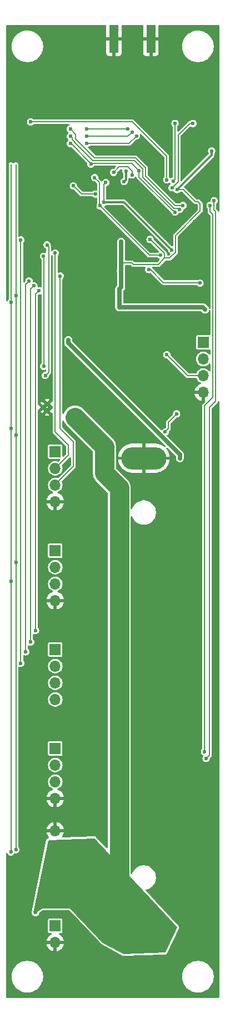
<source format=gbr>
%TF.GenerationSoftware,KiCad,Pcbnew,8.0.3*%
%TF.CreationDate,2024-07-11T13:48:36-07:00*%
%TF.ProjectId,radioboard_dev,72616469-6f62-46f6-9172-645f6465762e,rev?*%
%TF.SameCoordinates,Original*%
%TF.FileFunction,Copper,L2,Bot*%
%TF.FilePolarity,Positive*%
%FSLAX46Y46*%
G04 Gerber Fmt 4.6, Leading zero omitted, Abs format (unit mm)*
G04 Created by KiCad (PCBNEW 8.0.3) date 2024-07-11 13:48:36*
%MOMM*%
%LPD*%
G01*
G04 APERTURE LIST*
%TA.AperFunction,Conductor*%
%ADD10C,0.200000*%
%TD*%
%TA.AperFunction,ComponentPad*%
%ADD11C,0.600000*%
%TD*%
%TA.AperFunction,SMDPad,CuDef*%
%ADD12R,1.350000X4.200000*%
%TD*%
%TA.AperFunction,ComponentPad*%
%ADD13R,1.700000X1.700000*%
%TD*%
%TA.AperFunction,ComponentPad*%
%ADD14O,1.700000X1.700000*%
%TD*%
%TA.AperFunction,ComponentPad*%
%ADD15O,6.880000X3.440000*%
%TD*%
%TA.AperFunction,ViaPad*%
%ADD16C,0.600000*%
%TD*%
%TA.AperFunction,ViaPad*%
%ADD17C,2.000000*%
%TD*%
%TA.AperFunction,Conductor*%
%ADD18C,0.700000*%
%TD*%
%TA.AperFunction,Conductor*%
%ADD19C,0.300000*%
%TD*%
%TA.AperFunction,Conductor*%
%ADD20C,0.500000*%
%TD*%
%TA.AperFunction,Conductor*%
%ADD21C,3.000000*%
%TD*%
G04 APERTURE END LIST*
D10*
%TO.N,VBAT*%
X48000000Y-163250000D02*
X46250000Y-167000000D01*
X40000000Y-167250000D01*
X36750000Y-165500000D01*
X31750000Y-160250000D01*
X27500000Y-160250000D01*
X26500000Y-161000000D01*
X26250000Y-161000000D01*
X28500000Y-150000000D01*
X35500000Y-149750000D01*
X48000000Y-163250000D01*
%TA.AperFunction,Conductor*%
G36*
X48000000Y-163250000D02*
G01*
X46250000Y-167000000D01*
X40000000Y-167250000D01*
X36750000Y-165500000D01*
X31750000Y-160250000D01*
X27500000Y-160250000D01*
X26500000Y-161000000D01*
X26250000Y-161000000D01*
X28500000Y-150000000D01*
X35500000Y-149750000D01*
X48000000Y-163250000D01*
G37*
%TD.AperFunction*%
%TO.N,SDA*%
X22750000Y-151500000D02*
X22750000Y-47000000D01*
%TO.N,SCL*%
X23500000Y-47000000D02*
X23500000Y-151500000D01*
%TD*%
D11*
%TO.P,U12,*%
%TO.N,GND*%
X28250000Y-83500000D03*
X28875000Y-84000000D03*
X27625000Y-84000000D03*
X28250000Y-84500000D03*
%TD*%
D12*
%TO.P,CN12,4,GND*%
%TO.N,GND*%
X38425000Y-27900000D03*
%TO.P,CN12,5,GND*%
X44075000Y-27900000D03*
%TD*%
D13*
%TO.P,J5,1,Pin_1*%
%TO.N,SPI1_MOSI*%
X29500000Y-120893332D03*
D14*
%TO.P,J5,2,Pin_2*%
%TO.N,SPI1_MISO*%
X29500000Y-123433332D03*
%TO.P,J5,3,Pin_3*%
%TO.N,SPI1_SCK*%
X29500000Y-125973332D03*
%TO.P,J5,4,Pin_4*%
%TO.N,SPI1_NSS*%
X29500000Y-128513332D03*
%TD*%
%TO.P,J3,4,Pin_4*%
%TO.N,GND*%
X52070000Y-81719998D03*
%TO.P,J3,3,Pin_3*%
%TO.N,GPSRXD*%
X52070000Y-79179998D03*
%TO.P,J3,2,Pin_2*%
%TO.N,GPSTXD*%
X52070000Y-76639998D03*
D13*
%TO.P,J3,1,Pin_1*%
%TO.N,VGPS*%
X52070000Y-74099998D03*
%TD*%
D15*
%TO.P,BT1,N*%
%TO.N,GND*%
X43000000Y-91750000D03*
%TO.P,BT1,P*%
%TO.N,VBAT*%
X43000000Y-164650000D03*
%TD*%
D13*
%TO.P,J4,1,Pin_1*%
%TO.N,+3.3V*%
X29500000Y-135965000D03*
D14*
%TO.P,J4,2,Pin_2*%
%TO.N,LPUART1_TX*%
X29500000Y-138505000D03*
%TO.P,J4,3,Pin_3*%
%TO.N,LPUART1_RX*%
X29500000Y-141045000D03*
%TO.P,J4,4,Pin_4*%
%TO.N,GND*%
X29500000Y-143585000D03*
%TD*%
D13*
%TO.P,J1,1,Pin_1*%
%TO.N,+5V*%
X29500000Y-163000000D03*
D14*
%TO.P,J1,2,Pin_2*%
%TO.N,GND*%
X29500000Y-165540000D03*
%TD*%
D13*
%TO.P,J9,1,Pin_1*%
%TO.N,+3.3V*%
X29500000Y-105821666D03*
D14*
%TO.P,J9,2,Pin_2*%
%TO.N,SCL*%
X29500000Y-108361666D03*
%TO.P,J9,3,Pin_3*%
%TO.N,SDA*%
X29500000Y-110901666D03*
%TO.P,J9,4,Pin_4*%
%TO.N,GND*%
X29500000Y-113441666D03*
%TD*%
D13*
%TO.P,J2,1,Pin_1*%
%TO.N,VBAT*%
X29500000Y-151040000D03*
D14*
%TO.P,J2,2,Pin_2*%
%TO.N,GND*%
X29500000Y-148500000D03*
%TD*%
D13*
%TO.P,J6,1,Pin_1*%
%TO.N,+3.3V*%
X29500000Y-90750000D03*
D14*
%TO.P,J6,2,Pin_2*%
%TO.N,SWDIO*%
X29500000Y-93290000D03*
%TO.P,J6,3,Pin_3*%
%TO.N,SWCLK*%
X29500000Y-95830000D03*
%TO.P,J6,4,Pin_4*%
%TO.N,GND*%
X29500000Y-98370000D03*
%TD*%
D16*
%TO.N,+3.3V*%
X43950000Y-58420000D03*
X53340000Y-44958000D03*
X48051577Y-50815909D03*
X52324000Y-69088000D03*
%TO.N,GND*%
X50750000Y-55750000D03*
X28750000Y-102750000D03*
X24750000Y-56000000D03*
X40000000Y-73500000D03*
X32500000Y-82750000D03*
X47000000Y-57500000D03*
X44750000Y-55250000D03*
X31750000Y-82750000D03*
X51750000Y-50500000D03*
X28750000Y-102000000D03*
X29500000Y-102750000D03*
X51000000Y-46000000D03*
X45750000Y-42750000D03*
X31250000Y-68750000D03*
X45750000Y-40750000D03*
X32500000Y-82000000D03*
X42250000Y-60500000D03*
X31750000Y-62000000D03*
X38500000Y-49500000D03*
X38000000Y-74500000D03*
X39000000Y-73500000D03*
X35550735Y-52350735D03*
X38000000Y-73500000D03*
X40000000Y-74500000D03*
X41000000Y-56000000D03*
X43500000Y-54000000D03*
X32000000Y-52750000D03*
X38250000Y-59000000D03*
X29500000Y-102000000D03*
X49750000Y-43000000D03*
X39000000Y-74500000D03*
X41250000Y-44750000D03*
X44000000Y-61500000D03*
X35550000Y-54600000D03*
X41750000Y-52250000D03*
X31750000Y-82000000D03*
X27500000Y-56000000D03*
D17*
%TO.N,VBAT*%
X32500000Y-85500000D03*
D16*
X26500000Y-161000000D03*
%TO.N,VDDRF*%
X36924265Y-52750000D03*
X47250000Y-60000000D03*
X37200000Y-49750000D03*
%TO.N,Net-(U8-V2)*%
X34300000Y-42700000D03*
X41200000Y-42050000D03*
%TO.N,Net-(U8-V1)*%
X41875000Y-42650000D03*
X34300000Y-43800000D03*
%TO.N,Net-(U8-VDD)*%
X40525000Y-41550000D03*
X34300000Y-41600000D03*
%TO.N,+3.3V*%
X48500000Y-91750000D03*
X39500000Y-63250000D03*
X39250000Y-68750000D03*
X31500000Y-73750000D03*
X39541819Y-58773292D03*
%TO.N,VDDRF1V55*%
X36299265Y-53299265D03*
X45575000Y-60825000D03*
X35500000Y-49000000D03*
%TO.N,SDA*%
X22750000Y-151750000D03*
X22750000Y-110500000D03*
X22800000Y-87250000D03*
X22750000Y-68000000D03*
%TO.N,SCL*%
X23500000Y-88250000D03*
X23500000Y-67000000D03*
X23508949Y-151400000D03*
X48000000Y-85000000D03*
X46250000Y-87750000D03*
X23500000Y-107600000D03*
%TO.N,LPUART1_TX*%
X52250000Y-136500000D03*
X53100000Y-53250000D03*
%TO.N,LPUART1_RX*%
X52500000Y-137500000D03*
X53700000Y-52500000D03*
%TO.N,SPI1_SCK*%
X25000000Y-121250000D03*
X25500000Y-64750000D03*
%TO.N,SWCLK*%
X30250000Y-64000000D03*
%TO.N,SWDIO*%
X29500000Y-60500000D03*
%TO.N,VDD_APP*%
X41200000Y-48600000D03*
X38400000Y-48200000D03*
%TO.N,GPSPOW*%
X51555637Y-65055637D03*
X43750000Y-63000000D03*
%TO.N,OSC_IN*%
X35650000Y-51500000D03*
X32250000Y-50250000D03*
%TO.N,VR_PA*%
X40268783Y-47978043D03*
X40000000Y-49600000D03*
%TO.N,/microcontroller_RF/FE_CTRL1*%
X47752000Y-54249560D03*
X31800000Y-43800000D03*
X42252330Y-47902330D03*
X34931671Y-46936657D03*
%TO.N,/microcontroller_RF/FE_CTRL2*%
X48445075Y-53850000D03*
X31800000Y-42700000D03*
%TO.N,/microcontroller_RF/FE_CTRL3*%
X31800000Y-41600000D03*
X48974324Y-53250084D03*
%TO.N,SPI1_NSS*%
X24250000Y-58500000D03*
X24250000Y-123000000D03*
%TO.N,CURROUT*%
X27713343Y-60981671D03*
X27750000Y-77750000D03*
%TO.N,SPI1_MISO*%
X26250000Y-65500000D03*
X25750000Y-119750000D03*
%TO.N,SPI1_MOSI*%
X27000000Y-66250000D03*
X26500000Y-118000000D03*
%TO.N,VCURR*%
X28250000Y-59250000D03*
X28000000Y-79155000D03*
%TO.N,BUT1*%
X46500000Y-49350000D03*
X25750000Y-40500000D03*
%TO.N,LED2*%
X47750000Y-40750000D03*
X47500000Y-49500000D03*
%TO.N,LED1*%
X50500000Y-40750000D03*
X47296265Y-50552265D03*
%TO.N,GPSRXD*%
X46500000Y-76000000D03*
%TO.N,GND*%
X52800000Y-63303137D03*
X52800000Y-58503137D03*
X52800000Y-56103137D03*
X52800000Y-39303137D03*
X52800000Y-38103137D03*
X52800000Y-36903137D03*
X52800000Y-33303137D03*
X51600000Y-57303137D03*
X51600000Y-48903137D03*
X51600000Y-36903137D03*
X51600000Y-35703137D03*
X51600000Y-33303137D03*
X50400000Y-50103137D03*
X50400000Y-33303137D03*
X50400000Y-32103137D03*
X49200000Y-38103137D03*
X49200000Y-35703137D03*
X49200000Y-34503137D03*
X49200000Y-33303137D03*
X48000000Y-32103137D03*
X48000000Y-28503137D03*
X48000000Y-27303137D03*
X46800000Y-38103137D03*
X46800000Y-33303137D03*
X46800000Y-32103137D03*
X46800000Y-29703137D03*
X46800000Y-28503137D03*
X45600000Y-36903137D03*
X45600000Y-35703137D03*
X52800000Y-59703137D03*
X45600000Y-34503137D03*
X45600000Y-28503137D03*
X44400000Y-36903137D03*
X44400000Y-34503137D03*
X44400000Y-33303137D03*
X44400000Y-32103137D03*
X43200000Y-36903137D03*
X43200000Y-34503137D03*
X48000000Y-29703137D03*
X43200000Y-33303137D03*
X43200000Y-30903137D03*
X39600000Y-38103137D03*
X39600000Y-33303137D03*
X39600000Y-32103137D03*
X39600000Y-30903137D03*
X38400000Y-33303137D03*
X38400000Y-30903137D03*
X51600000Y-34503137D03*
X37200000Y-36903137D03*
X45600000Y-30903137D03*
X37200000Y-35703137D03*
X38400000Y-38103137D03*
X37200000Y-33303137D03*
X37200000Y-32103137D03*
X36000000Y-39303137D03*
X36000000Y-38103137D03*
X52800000Y-62103137D03*
X36000000Y-36903137D03*
X36000000Y-35703137D03*
X36000000Y-34503137D03*
X36000000Y-32103137D03*
X36000000Y-30903137D03*
X44400000Y-30903137D03*
X36000000Y-29703137D03*
X36000000Y-28503137D03*
X36000000Y-27303137D03*
X34800000Y-63303137D03*
X34800000Y-62103137D03*
X34800000Y-60903137D03*
X39600000Y-35703137D03*
X34800000Y-39303137D03*
X34800000Y-35703137D03*
X34800000Y-34503137D03*
X52800000Y-34503137D03*
X34800000Y-33303137D03*
X34800000Y-29703137D03*
X36000000Y-33303137D03*
X33600000Y-60903137D03*
X33600000Y-38103137D03*
X33600000Y-36903137D03*
X48000000Y-30903137D03*
X33600000Y-35703137D03*
X33600000Y-34503137D03*
X33600000Y-28503137D03*
X33600000Y-27303137D03*
X32400000Y-46503137D03*
X34800000Y-30903137D03*
X32400000Y-39303137D03*
X45600000Y-29703137D03*
X32400000Y-38103137D03*
X32400000Y-36903137D03*
X48000000Y-33303137D03*
X32400000Y-35703137D03*
X46800000Y-30903137D03*
X32400000Y-34503137D03*
X32400000Y-32103137D03*
X32400000Y-30903137D03*
X32400000Y-29703137D03*
X37200000Y-30903137D03*
X49200000Y-36903137D03*
X32400000Y-28503137D03*
X32400000Y-27303137D03*
X31200000Y-48903137D03*
X52800000Y-35703137D03*
X31200000Y-46503137D03*
X31200000Y-45303137D03*
X31200000Y-39303137D03*
X31200000Y-38103137D03*
X31200000Y-36903137D03*
X31200000Y-35703137D03*
X31200000Y-34503137D03*
X38400000Y-34503137D03*
X31200000Y-33303137D03*
X31200000Y-29703137D03*
X31200000Y-27303137D03*
X49200000Y-32103137D03*
X30000000Y-46503137D03*
X46800000Y-34503137D03*
X30000000Y-45303137D03*
X30000000Y-44103137D03*
X46800000Y-27303137D03*
X30000000Y-42903137D03*
X45600000Y-32103137D03*
X30000000Y-41703137D03*
X33600000Y-32103137D03*
X43200000Y-35703137D03*
X30000000Y-39303137D03*
X30000000Y-38103137D03*
X30000000Y-36903137D03*
X30000000Y-35703137D03*
X30000000Y-34503137D03*
X30000000Y-33303137D03*
X30000000Y-32103137D03*
X30000000Y-30903137D03*
X30000000Y-29703137D03*
X30000000Y-28503137D03*
X34800000Y-28503137D03*
X30000000Y-27303137D03*
X28800000Y-48903137D03*
X45600000Y-33303137D03*
X28800000Y-42903137D03*
X28800000Y-41703137D03*
X28800000Y-39303137D03*
X37200000Y-34503137D03*
X28800000Y-38103137D03*
X28800000Y-35703137D03*
X33600000Y-29703137D03*
X28800000Y-34503137D03*
X28800000Y-33303137D03*
X28800000Y-32103137D03*
X28800000Y-30903137D03*
X28800000Y-29703137D03*
X28800000Y-28503137D03*
X28800000Y-27303137D03*
X27600000Y-53703137D03*
X27600000Y-52503137D03*
X27600000Y-51303137D03*
X50400000Y-34503137D03*
X27600000Y-50103137D03*
X44400000Y-35703137D03*
X27600000Y-48903137D03*
X51600000Y-32103137D03*
X27600000Y-47703137D03*
X27600000Y-46503137D03*
X31200000Y-28503137D03*
X27600000Y-42903137D03*
X27600000Y-41703137D03*
X27600000Y-39303137D03*
X27600000Y-38103137D03*
X27600000Y-36903137D03*
X27600000Y-35703137D03*
X48000000Y-34503137D03*
X27600000Y-34503137D03*
X27600000Y-33303137D03*
X33600000Y-33303137D03*
X37200000Y-45303137D03*
X27600000Y-32103137D03*
X27600000Y-30903137D03*
X28800000Y-36903137D03*
X26400000Y-63303137D03*
X26400000Y-62103137D03*
X26400000Y-60903137D03*
X49200000Y-39303137D03*
X26400000Y-59703137D03*
X26400000Y-54903137D03*
X26400000Y-53703137D03*
X26400000Y-52503137D03*
X26400000Y-51303137D03*
X39600000Y-36903137D03*
X26400000Y-50103137D03*
X26400000Y-48903137D03*
X26400000Y-47703137D03*
X26400000Y-46503137D03*
X52800000Y-32103137D03*
X26400000Y-42903137D03*
X26400000Y-41703137D03*
X26400000Y-39303137D03*
X26400000Y-38103137D03*
X26400000Y-36903137D03*
X37200000Y-38103137D03*
X26400000Y-35703137D03*
X26400000Y-34503137D03*
X39600000Y-34503137D03*
X26400000Y-33303137D03*
X33600000Y-63303137D03*
X26400000Y-32103137D03*
X38400000Y-36903137D03*
X25200000Y-59703137D03*
X33600000Y-62103137D03*
X34800000Y-27303137D03*
X25200000Y-53703137D03*
X25200000Y-52503137D03*
X33600000Y-39303137D03*
X25200000Y-51303137D03*
X25200000Y-34503137D03*
X33600000Y-30903137D03*
X34800000Y-36903137D03*
X25200000Y-36903137D03*
X24000000Y-41703137D03*
X25200000Y-38103137D03*
X32400000Y-48903137D03*
X38400000Y-32103137D03*
X44400000Y-46503137D03*
X24000000Y-40503137D03*
X24000000Y-39303137D03*
X43200000Y-32103137D03*
X24000000Y-38103137D03*
X24000000Y-36903137D03*
X24000000Y-35703137D03*
X24000000Y-34503137D03*
X24000000Y-32103137D03*
X52800000Y-57303137D03*
X25200000Y-60903137D03*
X31200000Y-30903137D03*
X25200000Y-48903137D03*
X30000000Y-48903137D03*
X25200000Y-50103137D03*
X52800000Y-60903137D03*
X25200000Y-32103137D03*
X52800000Y-64503137D03*
X25200000Y-39303137D03*
X45600000Y-27303137D03*
X22800000Y-45303137D03*
X26400000Y-58503137D03*
X38400000Y-35703137D03*
X22800000Y-44103137D03*
X22800000Y-42903137D03*
X24000000Y-33303137D03*
X22800000Y-41703137D03*
X34800000Y-38103137D03*
X51600000Y-39303137D03*
X22800000Y-40503137D03*
X25200000Y-63303137D03*
X24000000Y-42903137D03*
X22800000Y-39303137D03*
X22800000Y-36903137D03*
X25200000Y-62103137D03*
X32400000Y-33303137D03*
X22800000Y-35703137D03*
X22800000Y-38103137D03*
X31200000Y-32103137D03*
X22800000Y-34503137D03*
X22800000Y-33303137D03*
X25200000Y-35703137D03*
X22800000Y-30903137D03*
X34800000Y-32103137D03*
X22800000Y-27303137D03*
X51600000Y-38103137D03*
X22800000Y-32103137D03*
X25200000Y-33303137D03*
%TD*%
D10*
%TO.N,GPSRXD*%
X49679998Y-79179998D02*
X52000000Y-79179998D01*
X46500000Y-76000000D02*
X49679998Y-79179998D01*
%TO.N,+3.3V*%
X51600000Y-54051471D02*
X47850000Y-57801471D01*
X46937000Y-61267000D02*
X46175000Y-61267000D01*
X47850000Y-60354000D02*
X46937000Y-61267000D01*
X51600000Y-53001471D02*
X51600000Y-54051471D01*
X51248529Y-52650000D02*
X51600000Y-53001471D01*
X50872000Y-52650000D02*
X51248529Y-52650000D01*
X49037909Y-50815909D02*
X50872000Y-52650000D01*
X48051577Y-50815909D02*
X49037909Y-50815909D01*
X47850000Y-57801471D02*
X47850000Y-60354000D01*
%TO.N,/microcontroller_RF/FE_CTRL3*%
X32600000Y-42400000D02*
X31800000Y-41600000D01*
X32600000Y-43100000D02*
X32600000Y-42400000D01*
X35500000Y-46000000D02*
X32600000Y-43100000D01*
X41764215Y-46000000D02*
X35500000Y-46000000D01*
X43252330Y-47488115D02*
X41764215Y-46000000D01*
X47715246Y-53249560D02*
X43252330Y-48786644D01*
X43252330Y-48786644D02*
X43252330Y-47488115D01*
X48693164Y-53249560D02*
X47715246Y-53249560D01*
X48693688Y-53250084D02*
X48693164Y-53249560D01*
X48974324Y-53250084D02*
X48693688Y-53250084D01*
%TO.N,/microcontroller_RF/FE_CTRL2*%
X32048529Y-42948529D02*
X31800000Y-42700000D01*
X32400000Y-43600000D02*
X32400000Y-43551471D01*
X35200000Y-46400000D02*
X32400000Y-43600000D01*
X32400000Y-43551471D02*
X32048529Y-43200000D01*
X41598529Y-46400000D02*
X35200000Y-46400000D01*
X32048529Y-43200000D02*
X32048529Y-42948529D01*
X42852330Y-48952330D02*
X42852330Y-47653801D01*
X42852330Y-47653801D02*
X41598529Y-46400000D01*
X47549560Y-53649560D02*
X42852330Y-48952330D01*
X48445075Y-53850000D02*
X48244635Y-53649560D01*
X48244635Y-53649560D02*
X47549560Y-53649560D01*
%TO.N,/microcontroller_RF/FE_CTRL1*%
X47552000Y-54049560D02*
X47383874Y-54049560D01*
X47383874Y-54049560D02*
X42252330Y-48918016D01*
X47752000Y-54249560D02*
X47552000Y-54049560D01*
X42252330Y-48918016D02*
X42252330Y-47902330D01*
%TO.N,+3.3V*%
X45212000Y-62230000D02*
X41402000Y-62230000D01*
X46175000Y-61267000D02*
X45212000Y-62230000D01*
X44018529Y-58420000D02*
X46175000Y-60576471D01*
X46175000Y-60576471D02*
X46175000Y-61267000D01*
X43950000Y-58420000D02*
X44018529Y-58420000D01*
X41402000Y-62230000D02*
X41148000Y-61976000D01*
X41148000Y-61976000D02*
X39541819Y-61976000D01*
D18*
X39541819Y-61976000D02*
X39541819Y-58773292D01*
X39541819Y-63208181D02*
X39541819Y-61976000D01*
D19*
X53340000Y-45527486D02*
X53340000Y-44958000D01*
X48051577Y-50815909D02*
X53340000Y-45527486D01*
D10*
%TO.N,LED1*%
X48250000Y-42500000D02*
X50000000Y-40750000D01*
X47296265Y-50552265D02*
X48250000Y-49598530D01*
X48250000Y-49598530D02*
X48250000Y-42500000D01*
X50000000Y-40750000D02*
X50500000Y-40750000D01*
D18*
%TO.N,+3.3V*%
X51986000Y-68750000D02*
X52324000Y-69088000D01*
X39250000Y-68750000D02*
X51986000Y-68750000D01*
D20*
%TO.N,GND*%
X31750000Y-68250000D02*
X31750000Y-62000000D01*
X35549265Y-52352205D02*
X35550735Y-52350735D01*
X31250000Y-68750000D02*
X31750000Y-68250000D01*
X35549265Y-54599265D02*
X35549265Y-52352205D01*
X35550000Y-54600000D02*
X35549265Y-54599265D01*
D21*
%TO.N,VBAT*%
X37000000Y-90000000D02*
X37000000Y-94000000D01*
X32500000Y-85500000D02*
X37000000Y-90000000D01*
X37000000Y-94000000D02*
X39250000Y-96250000D01*
X39250000Y-96250000D02*
X39250000Y-156375000D01*
X39250000Y-156375000D02*
X37125000Y-158500000D01*
D10*
%TO.N,VDDRF*%
X36924265Y-50075735D02*
X37250000Y-49750000D01*
D19*
X47250000Y-60000000D02*
X40000000Y-52750000D01*
D10*
X36924265Y-52750000D02*
X36924265Y-50075735D01*
D19*
X40000000Y-52750000D02*
X36924265Y-52750000D01*
D10*
%TO.N,Net-(U8-V2)*%
X34300000Y-42700000D02*
X40550000Y-42700000D01*
X40550000Y-42700000D02*
X41200000Y-42050000D01*
%TO.N,Net-(U8-V1)*%
X34300000Y-43800000D02*
X40725000Y-43800000D01*
X40725000Y-43800000D02*
X41875000Y-42650000D01*
%TO.N,Net-(U8-VDD)*%
X34300000Y-41600000D02*
X40475000Y-41600000D01*
X40475000Y-41600000D02*
X40525000Y-41550000D01*
D18*
%TO.N,+3.3V*%
X31500000Y-74202082D02*
X31500000Y-73750000D01*
X39250000Y-66000000D02*
X39541819Y-65708181D01*
X39500000Y-63250000D02*
X39541819Y-63208181D01*
X39250000Y-68750000D02*
X39250000Y-66000000D01*
X39500000Y-63250000D02*
X39541819Y-63291819D01*
X39541819Y-63291819D02*
X39541819Y-65708181D01*
X48500000Y-91750000D02*
X48500000Y-91202082D01*
X48500000Y-91202082D02*
X31500000Y-74202082D01*
D10*
%TO.N,VDDRF1V55*%
X43825000Y-60825000D02*
X36299265Y-53299265D01*
X35500000Y-49000000D02*
X36250000Y-49750000D01*
X36250000Y-53250000D02*
X36299265Y-53299265D01*
X45575000Y-60825000D02*
X43825000Y-60825000D01*
X36250000Y-49750000D02*
X36250000Y-53250000D01*
%TO.N,SCL*%
X46750000Y-87250000D02*
X46250000Y-87750000D01*
X48000000Y-85000000D02*
X46750000Y-86250000D01*
X46750000Y-86250000D02*
X46750000Y-87250000D01*
%TO.N,LPUART1_TX*%
X52250000Y-83750000D02*
X52250000Y-136500000D01*
X53500000Y-82500000D02*
X52250000Y-83750000D01*
X53100000Y-53250000D02*
X53100000Y-54226471D01*
X53500000Y-54626471D02*
X53500000Y-82500000D01*
X53100000Y-54226471D02*
X53500000Y-54626471D01*
%TO.N,LPUART1_RX*%
X53700000Y-53950000D02*
X53900000Y-54150000D01*
X53900000Y-83100000D02*
X53000000Y-84000000D01*
X53000000Y-84000000D02*
X53000000Y-137000000D01*
X53000000Y-137000000D02*
X52500000Y-137500000D01*
X53900000Y-54150000D02*
X53900000Y-83100000D01*
X53700000Y-52500000D02*
X53700000Y-53950000D01*
%TO.N,SPI1_SCK*%
X25000000Y-65250000D02*
X25500000Y-64750000D01*
X25000000Y-121250000D02*
X25000000Y-65250000D01*
%TO.N,SWCLK*%
X29500000Y-95750000D02*
X29500000Y-95830000D01*
X32250000Y-93000000D02*
X29500000Y-95750000D01*
X32250000Y-89250000D02*
X32250000Y-93000000D01*
X30250000Y-64000000D02*
X30250000Y-87250000D01*
X30250000Y-87250000D02*
X32250000Y-89250000D01*
%TO.N,SWDIO*%
X29500000Y-93290000D02*
X31500000Y-91290000D01*
X29500000Y-87750000D02*
X29500000Y-60500000D01*
X31500000Y-89750000D02*
X29500000Y-87750000D01*
X31500000Y-91290000D02*
X31500000Y-89750000D01*
%TO.N,VDD_APP*%
X40578043Y-47378043D02*
X41200000Y-48000000D01*
X41200000Y-48000000D02*
X41200000Y-48600000D01*
X38400000Y-48200000D02*
X39221957Y-47378043D01*
X39221957Y-47378043D02*
X40578043Y-47378043D01*
%TO.N,GPSPOW*%
X44000000Y-63000000D02*
X46000000Y-65000000D01*
X51500000Y-65000000D02*
X51555637Y-65055637D01*
X43750000Y-63000000D02*
X44000000Y-63000000D01*
X46000000Y-65000000D02*
X51500000Y-65000000D01*
%TO.N,OSC_IN*%
X33500000Y-51500000D02*
X32250000Y-50250000D01*
X35650000Y-51500000D02*
X33500000Y-51500000D01*
D19*
%TO.N,VR_PA*%
X40268783Y-49331217D02*
X40000000Y-49600000D01*
X40268783Y-47978043D02*
X40268783Y-49331217D01*
D10*
%TO.N,/microcontroller_RF/FE_CTRL1*%
X31900000Y-43800000D02*
X34900000Y-46800000D01*
X31800000Y-43800000D02*
X31900000Y-43800000D01*
X41150000Y-46800000D02*
X42252330Y-47902330D01*
X34900000Y-46800000D02*
X41150000Y-46800000D01*
%TO.N,SPI1_NSS*%
X24250000Y-58500000D02*
X24250000Y-123000000D01*
%TO.N,CURROUT*%
X27750000Y-61000000D02*
X27750000Y-77750000D01*
%TO.N,SPI1_MISO*%
X25750000Y-66000000D02*
X26250000Y-65500000D01*
X25750000Y-119750000D02*
X25750000Y-66000000D01*
%TO.N,SPI1_MOSI*%
X26500000Y-66750000D02*
X26500000Y-118000000D01*
X27000000Y-66250000D02*
X26500000Y-66750000D01*
%TO.N,VCURR*%
X28250000Y-59250000D02*
X28500000Y-59500000D01*
X28500000Y-59500000D02*
X28500000Y-78655000D01*
X28500000Y-78655000D02*
X28000000Y-79155000D01*
%TO.N,BUT1*%
X41250000Y-40500000D02*
X25750000Y-40500000D01*
X46500000Y-49350000D02*
X46500000Y-45750000D01*
X46500000Y-45750000D02*
X41250000Y-40500000D01*
%TO.N,LED2*%
X47750000Y-49250000D02*
X47500000Y-49500000D01*
X47750000Y-40750000D02*
X47750000Y-49250000D01*
%TD*%
%TA.AperFunction,Conductor*%
%TO.N,GND*%
G36*
X37193039Y-25769685D02*
G01*
X37238794Y-25822489D01*
X37250000Y-25874000D01*
X37250000Y-27650000D01*
X39600000Y-27650000D01*
X39600000Y-25874000D01*
X39619685Y-25806961D01*
X39672489Y-25761206D01*
X39724000Y-25750000D01*
X42776000Y-25750000D01*
X42843039Y-25769685D01*
X42888794Y-25822489D01*
X42900000Y-25874000D01*
X42900000Y-27650000D01*
X45250000Y-27650000D01*
X45250000Y-25874000D01*
X45269685Y-25806961D01*
X45322489Y-25761206D01*
X45374000Y-25750000D01*
X54376000Y-25750000D01*
X54443039Y-25769685D01*
X54488794Y-25822489D01*
X54500000Y-25874000D01*
X54500000Y-52436538D01*
X54480315Y-52503577D01*
X54479599Y-52504197D01*
X54498519Y-52544355D01*
X54500000Y-52563461D01*
X54500000Y-54077674D01*
X54480315Y-54144713D01*
X54427511Y-54190468D01*
X54358353Y-54200412D01*
X54294797Y-54171387D01*
X54257023Y-54112609D01*
X54256225Y-54109768D01*
X54253110Y-54098142D01*
X54230341Y-54013168D01*
X54183671Y-53932332D01*
X54117668Y-53866329D01*
X54090819Y-53839480D01*
X54057334Y-53778157D01*
X54054500Y-53751799D01*
X54054500Y-52987811D01*
X54074185Y-52920772D01*
X54090819Y-52900130D01*
X54095469Y-52895479D01*
X54095471Y-52895476D01*
X54095474Y-52895474D01*
X54184355Y-52779643D01*
X54240228Y-52644754D01*
X54253061Y-52547275D01*
X54274537Y-52498726D01*
X54257023Y-52471473D01*
X54253061Y-52452723D01*
X54240228Y-52355247D01*
X54240228Y-52355246D01*
X54184355Y-52220358D01*
X54095474Y-52104526D01*
X53979643Y-52015645D01*
X53979640Y-52015644D01*
X53979638Y-52015642D01*
X53844757Y-51959773D01*
X53844752Y-51959771D01*
X53700001Y-51940715D01*
X53699999Y-51940715D01*
X53555247Y-51959771D01*
X53555245Y-51959772D01*
X53420361Y-52015643D01*
X53420358Y-52015644D01*
X53420358Y-52015645D01*
X53367524Y-52056186D01*
X53304526Y-52104526D01*
X53215643Y-52220361D01*
X53159772Y-52355245D01*
X53159771Y-52355247D01*
X53140715Y-52499998D01*
X53140715Y-52500001D01*
X53148516Y-52559257D01*
X53137750Y-52628292D01*
X53091370Y-52680548D01*
X53041764Y-52698381D01*
X52955246Y-52709772D01*
X52955245Y-52709772D01*
X52820361Y-52765643D01*
X52820358Y-52765644D01*
X52820358Y-52765645D01*
X52704526Y-52854526D01*
X52627583Y-52954801D01*
X52615643Y-52970361D01*
X52559772Y-53105245D01*
X52559771Y-53105247D01*
X52540715Y-53249998D01*
X52540715Y-53250001D01*
X52559771Y-53394752D01*
X52559773Y-53394757D01*
X52615642Y-53529638D01*
X52615642Y-53529639D01*
X52615644Y-53529642D01*
X52615645Y-53529643D01*
X52653448Y-53578909D01*
X52704530Y-53645479D01*
X52709181Y-53650130D01*
X52742666Y-53711453D01*
X52745500Y-53737811D01*
X52745500Y-54179800D01*
X52745500Y-54273142D01*
X52769659Y-54363303D01*
X52783569Y-54387397D01*
X52816328Y-54444137D01*
X52816330Y-54444140D01*
X53109181Y-54736990D01*
X53142666Y-54798313D01*
X53145500Y-54824671D01*
X53145500Y-68876399D01*
X53125815Y-68943438D01*
X53073011Y-68989193D01*
X53003853Y-68999137D01*
X52940297Y-68970112D01*
X52902523Y-68911334D01*
X52901725Y-68908493D01*
X52887304Y-68854672D01*
X52807720Y-68716828D01*
X52357172Y-68266280D01*
X52357171Y-68266279D01*
X52357168Y-68266277D01*
X52219330Y-68186697D01*
X52219329Y-68186696D01*
X52149539Y-68167996D01*
X52065584Y-68145500D01*
X52065581Y-68145500D01*
X39978500Y-68145500D01*
X39911461Y-68125815D01*
X39865706Y-68073011D01*
X39854500Y-68021500D01*
X39854500Y-66301754D01*
X39874185Y-66234715D01*
X39890819Y-66214073D01*
X39958053Y-66146839D01*
X40025539Y-66079353D01*
X40105123Y-65941510D01*
X40146319Y-65787765D01*
X40146319Y-65628598D01*
X40146319Y-63212235D01*
X40146319Y-62454500D01*
X40166004Y-62387461D01*
X40218808Y-62341706D01*
X40270319Y-62330500D01*
X40949799Y-62330500D01*
X41016838Y-62350185D01*
X41037480Y-62366819D01*
X41184332Y-62513671D01*
X41265168Y-62560341D01*
X41355329Y-62584500D01*
X41448671Y-62584500D01*
X43136340Y-62584500D01*
X43203379Y-62604185D01*
X43249134Y-62656989D01*
X43259078Y-62726147D01*
X43250901Y-62755953D01*
X43209772Y-62855245D01*
X43209771Y-62855247D01*
X43190715Y-62999998D01*
X43190715Y-63000001D01*
X43209771Y-63144752D01*
X43209773Y-63144757D01*
X43265642Y-63279638D01*
X43265645Y-63279644D01*
X43354525Y-63395473D01*
X43354526Y-63395474D01*
X43470355Y-63484354D01*
X43470361Y-63484357D01*
X43503325Y-63498011D01*
X43605246Y-63540228D01*
X43677623Y-63549756D01*
X43749999Y-63559285D01*
X43750000Y-63559285D01*
X43750001Y-63559285D01*
X43770410Y-63556598D01*
X43894754Y-63540228D01*
X43920125Y-63529718D01*
X43989591Y-63522249D01*
X44052071Y-63553522D01*
X44055259Y-63556598D01*
X45716329Y-65217668D01*
X45782332Y-65283671D01*
X45863168Y-65330341D01*
X45953329Y-65354500D01*
X51024880Y-65354500D01*
X51091919Y-65374185D01*
X51123255Y-65403013D01*
X51160161Y-65451109D01*
X51160160Y-65451109D01*
X51275992Y-65539991D01*
X51275998Y-65539994D01*
X51303062Y-65551204D01*
X51410883Y-65595865D01*
X51483260Y-65605393D01*
X51555636Y-65614922D01*
X51555637Y-65614922D01*
X51555638Y-65614922D01*
X51603888Y-65608569D01*
X51700391Y-65595865D01*
X51835280Y-65539992D01*
X51951111Y-65451111D01*
X52039992Y-65335280D01*
X52095865Y-65200391D01*
X52114922Y-65055637D01*
X52095865Y-64910883D01*
X52039992Y-64775995D01*
X51951111Y-64660163D01*
X51835280Y-64571282D01*
X51835277Y-64571281D01*
X51835275Y-64571279D01*
X51700394Y-64515410D01*
X51700389Y-64515408D01*
X51555638Y-64496352D01*
X51555636Y-64496352D01*
X51410884Y-64515408D01*
X51410882Y-64515409D01*
X51275997Y-64571280D01*
X51275994Y-64571282D01*
X51212666Y-64619876D01*
X51147497Y-64645070D01*
X51137180Y-64645500D01*
X46198201Y-64645500D01*
X46131162Y-64625815D01*
X46110520Y-64609181D01*
X44297520Y-62796181D01*
X44264035Y-62734858D01*
X44269019Y-62665166D01*
X44310891Y-62609233D01*
X44376355Y-62584816D01*
X44385201Y-62584500D01*
X45258669Y-62584500D01*
X45258671Y-62584500D01*
X45348832Y-62560341D01*
X45429668Y-62513671D01*
X46285520Y-61657819D01*
X46346843Y-61624334D01*
X46373201Y-61621500D01*
X46983669Y-61621500D01*
X46983671Y-61621500D01*
X47073832Y-61597341D01*
X47154668Y-61550671D01*
X48133671Y-60571668D01*
X48180341Y-60490832D01*
X48204500Y-60400671D01*
X48204500Y-60307329D01*
X48204500Y-57999672D01*
X48224185Y-57932633D01*
X48240819Y-57911991D01*
X48635010Y-57517800D01*
X51883671Y-54269139D01*
X51904148Y-54233671D01*
X51930341Y-54188303D01*
X51954500Y-54098142D01*
X51954500Y-52954800D01*
X51930341Y-52864639D01*
X51883671Y-52783803D01*
X51817668Y-52717800D01*
X51466197Y-52366329D01*
X51385361Y-52319659D01*
X51385362Y-52319659D01*
X51355307Y-52311606D01*
X51295200Y-52295500D01*
X51295198Y-52295500D01*
X51070200Y-52295500D01*
X51003161Y-52275815D01*
X50982519Y-52259181D01*
X49255578Y-50532239D01*
X49255573Y-50532235D01*
X49174725Y-50485558D01*
X49126510Y-50434991D01*
X49113286Y-50366384D01*
X49139254Y-50301520D01*
X49149035Y-50290499D01*
X53663681Y-45775855D01*
X53716934Y-45683617D01*
X53744500Y-45580739D01*
X53744500Y-45474233D01*
X53744500Y-45383803D01*
X53764185Y-45316764D01*
X53770125Y-45308316D01*
X53824354Y-45237644D01*
X53824353Y-45237644D01*
X53824355Y-45237643D01*
X53880228Y-45102754D01*
X53899285Y-44958000D01*
X53880228Y-44813246D01*
X53824355Y-44678358D01*
X53735474Y-44562526D01*
X53619643Y-44473645D01*
X53619640Y-44473644D01*
X53619638Y-44473642D01*
X53484757Y-44417773D01*
X53484752Y-44417771D01*
X53340001Y-44398715D01*
X53339999Y-44398715D01*
X53195247Y-44417771D01*
X53195245Y-44417772D01*
X53060361Y-44473643D01*
X52944526Y-44562526D01*
X52855643Y-44678361D01*
X52799772Y-44813245D01*
X52799771Y-44813247D01*
X52780715Y-44957998D01*
X52780715Y-44958001D01*
X52799771Y-45102752D01*
X52799773Y-45102757D01*
X52855642Y-45237638D01*
X52855643Y-45237639D01*
X52855645Y-45237643D01*
X52877213Y-45265750D01*
X52902407Y-45330917D01*
X52888369Y-45399362D01*
X52866518Y-45428917D01*
X48816181Y-49479255D01*
X48754858Y-49512740D01*
X48685166Y-49507756D01*
X48629233Y-49465884D01*
X48604816Y-49400420D01*
X48604500Y-49391574D01*
X48604500Y-42698200D01*
X48624185Y-42631161D01*
X48640814Y-42610524D01*
X50028390Y-41222947D01*
X50089711Y-41189464D01*
X50159403Y-41194448D01*
X50191556Y-41212255D01*
X50220355Y-41234354D01*
X50220361Y-41234357D01*
X50229615Y-41238190D01*
X50355246Y-41290228D01*
X50427623Y-41299756D01*
X50499999Y-41309285D01*
X50500000Y-41309285D01*
X50500001Y-41309285D01*
X50548251Y-41302932D01*
X50644754Y-41290228D01*
X50779643Y-41234355D01*
X50895474Y-41145474D01*
X50984355Y-41029643D01*
X51040228Y-40894754D01*
X51055382Y-40779644D01*
X51059285Y-40750001D01*
X51059285Y-40749998D01*
X51040228Y-40605247D01*
X51040228Y-40605246D01*
X50984355Y-40470358D01*
X50895474Y-40354526D01*
X50779643Y-40265645D01*
X50779640Y-40265644D01*
X50779638Y-40265642D01*
X50644757Y-40209773D01*
X50644752Y-40209771D01*
X50500001Y-40190715D01*
X50499999Y-40190715D01*
X50355247Y-40209771D01*
X50355245Y-40209772D01*
X50220361Y-40265643D01*
X50220358Y-40265644D01*
X50220358Y-40265645D01*
X50104526Y-40354526D01*
X50104524Y-40354527D01*
X50104519Y-40354532D01*
X50099866Y-40359185D01*
X50038541Y-40392667D01*
X50012189Y-40395500D01*
X49953329Y-40395500D01*
X49893221Y-40411606D01*
X49863167Y-40419659D01*
X49804849Y-40453329D01*
X49804848Y-40453328D01*
X49782335Y-40466326D01*
X49782330Y-40466330D01*
X48316181Y-41932480D01*
X48254858Y-41965965D01*
X48185166Y-41960981D01*
X48129233Y-41919109D01*
X48104816Y-41853645D01*
X48104500Y-41844799D01*
X48104500Y-41237811D01*
X48124185Y-41170772D01*
X48140819Y-41150130D01*
X48145469Y-41145479D01*
X48145471Y-41145476D01*
X48145474Y-41145474D01*
X48234355Y-41029643D01*
X48290228Y-40894754D01*
X48305382Y-40779644D01*
X48309285Y-40750001D01*
X48309285Y-40749998D01*
X48290228Y-40605247D01*
X48290228Y-40605246D01*
X48234355Y-40470358D01*
X48145474Y-40354526D01*
X48029643Y-40265645D01*
X48029640Y-40265644D01*
X48029638Y-40265642D01*
X47894757Y-40209773D01*
X47894752Y-40209771D01*
X47750001Y-40190715D01*
X47749999Y-40190715D01*
X47605247Y-40209771D01*
X47605245Y-40209772D01*
X47470361Y-40265643D01*
X47354526Y-40354526D01*
X47265643Y-40470361D01*
X47209772Y-40605245D01*
X47209771Y-40605247D01*
X47190715Y-40749998D01*
X47190715Y-40750001D01*
X47209771Y-40894752D01*
X47209773Y-40894757D01*
X47265642Y-41029638D01*
X47265642Y-41029639D01*
X47265644Y-41029642D01*
X47265645Y-41029643D01*
X47301888Y-41076876D01*
X47354530Y-41145479D01*
X47359181Y-41150130D01*
X47392666Y-41211453D01*
X47395500Y-41237811D01*
X47395500Y-48860244D01*
X47375815Y-48927283D01*
X47323011Y-48973038D01*
X47318953Y-48974805D01*
X47220360Y-49015643D01*
X47220357Y-49015645D01*
X47143766Y-49074415D01*
X47078596Y-49099609D01*
X47010152Y-49085570D01*
X46969905Y-49051527D01*
X46895474Y-48954526D01*
X46895470Y-48954522D01*
X46895467Y-48954519D01*
X46890815Y-48949866D01*
X46857333Y-48888541D01*
X46854500Y-48862189D01*
X46854500Y-45703330D01*
X46849218Y-45683617D01*
X46830341Y-45613168D01*
X46783671Y-45532332D01*
X46717668Y-45466329D01*
X41467668Y-40216329D01*
X41386832Y-40169659D01*
X41386833Y-40169659D01*
X41356778Y-40161606D01*
X41296671Y-40145500D01*
X41296669Y-40145500D01*
X26237811Y-40145500D01*
X26170772Y-40125815D01*
X26150130Y-40109181D01*
X26145479Y-40104530D01*
X26145474Y-40104526D01*
X26029643Y-40015645D01*
X26029640Y-40015644D01*
X26029638Y-40015642D01*
X25894757Y-39959773D01*
X25894752Y-39959771D01*
X25750001Y-39940715D01*
X25749999Y-39940715D01*
X25605247Y-39959771D01*
X25605245Y-39959772D01*
X25470361Y-40015643D01*
X25470358Y-40015644D01*
X25470358Y-40015645D01*
X25354526Y-40104526D01*
X25268738Y-40216328D01*
X25265643Y-40220361D01*
X25209772Y-40355245D01*
X25209771Y-40355247D01*
X25190715Y-40499998D01*
X25190715Y-40500001D01*
X25209771Y-40644752D01*
X25209773Y-40644757D01*
X25265642Y-40779638D01*
X25265645Y-40779644D01*
X25354525Y-40895473D01*
X25354526Y-40895474D01*
X25470355Y-40984354D01*
X25470361Y-40984357D01*
X25485711Y-40990715D01*
X25605246Y-41040228D01*
X25673548Y-41049220D01*
X25749999Y-41059285D01*
X25750000Y-41059285D01*
X25750001Y-41059285D01*
X25826452Y-41049220D01*
X25894754Y-41040228D01*
X26029643Y-40984355D01*
X26145474Y-40895474D01*
X26145476Y-40895472D01*
X26150134Y-40890815D01*
X26211459Y-40857333D01*
X26237811Y-40854500D01*
X31527427Y-40854500D01*
X31594466Y-40874185D01*
X31640221Y-40926989D01*
X31650165Y-40996147D01*
X31621140Y-41059703D01*
X31574880Y-41093061D01*
X31520360Y-41115643D01*
X31424155Y-41189464D01*
X31404526Y-41204526D01*
X31354012Y-41270358D01*
X31315643Y-41320361D01*
X31259772Y-41455245D01*
X31259771Y-41455247D01*
X31240715Y-41599998D01*
X31240715Y-41600001D01*
X31259771Y-41744752D01*
X31259773Y-41744757D01*
X31315642Y-41879638D01*
X31315645Y-41879644D01*
X31404525Y-41995473D01*
X31404526Y-41995474D01*
X31477702Y-42051625D01*
X31518905Y-42108053D01*
X31523059Y-42177799D01*
X31488846Y-42238719D01*
X31477702Y-42248375D01*
X31404528Y-42304523D01*
X31315643Y-42420361D01*
X31259772Y-42555245D01*
X31259771Y-42555247D01*
X31240715Y-42699998D01*
X31240715Y-42700001D01*
X31259771Y-42844752D01*
X31259773Y-42844757D01*
X31315642Y-42979638D01*
X31315645Y-42979644D01*
X31404525Y-43095473D01*
X31404526Y-43095474D01*
X31477702Y-43151625D01*
X31518905Y-43208053D01*
X31523059Y-43277799D01*
X31488846Y-43338719D01*
X31477702Y-43348375D01*
X31404528Y-43404523D01*
X31315643Y-43520361D01*
X31259772Y-43655245D01*
X31259771Y-43655247D01*
X31240715Y-43799998D01*
X31240715Y-43800001D01*
X31259771Y-43944752D01*
X31259773Y-43944757D01*
X31315642Y-44079638D01*
X31315645Y-44079644D01*
X31404525Y-44195473D01*
X31404526Y-44195474D01*
X31520355Y-44284354D01*
X31520361Y-44284357D01*
X31587801Y-44312291D01*
X31655246Y-44340228D01*
X31721049Y-44348891D01*
X31799999Y-44359285D01*
X31799999Y-44359284D01*
X31800000Y-44359285D01*
X31878945Y-44348891D01*
X31947978Y-44359656D01*
X31982810Y-44384149D01*
X34348100Y-46749439D01*
X34381585Y-46810762D01*
X34383358Y-46853303D01*
X34372386Y-46936652D01*
X34372386Y-46936658D01*
X34391442Y-47081409D01*
X34391444Y-47081414D01*
X34447313Y-47216295D01*
X34447316Y-47216301D01*
X34536196Y-47332130D01*
X34536197Y-47332131D01*
X34652026Y-47421011D01*
X34652032Y-47421014D01*
X34701355Y-47441444D01*
X34786917Y-47476885D01*
X34859294Y-47486413D01*
X34931670Y-47495942D01*
X34931671Y-47495942D01*
X34931672Y-47495942D01*
X34979922Y-47489589D01*
X35076425Y-47476885D01*
X35211314Y-47421012D01*
X35327145Y-47332131D01*
X35416026Y-47216300D01*
X35416025Y-47216300D01*
X35420974Y-47209852D01*
X35422030Y-47210662D01*
X35466484Y-47168281D01*
X35523298Y-47154500D01*
X38644799Y-47154500D01*
X38711838Y-47174185D01*
X38757593Y-47226989D01*
X38767537Y-47296147D01*
X38738512Y-47359703D01*
X38732485Y-47366174D01*
X38602718Y-47495942D01*
X38494264Y-47604396D01*
X38432941Y-47637881D01*
X38406583Y-47640715D01*
X38399999Y-47640715D01*
X38255247Y-47659771D01*
X38255245Y-47659772D01*
X38120361Y-47715643D01*
X38120358Y-47715644D01*
X38120358Y-47715645D01*
X38004526Y-47804526D01*
X37929479Y-47902330D01*
X37915643Y-47920361D01*
X37859772Y-48055245D01*
X37859771Y-48055247D01*
X37840715Y-48199998D01*
X37840715Y-48200001D01*
X37859771Y-48344752D01*
X37859773Y-48344757D01*
X37915642Y-48479638D01*
X37915645Y-48479644D01*
X38004525Y-48595473D01*
X38004526Y-48595474D01*
X38120355Y-48684354D01*
X38120361Y-48684357D01*
X38187801Y-48712291D01*
X38255246Y-48740228D01*
X38289625Y-48744754D01*
X38399999Y-48759285D01*
X38400000Y-48759285D01*
X38400001Y-48759285D01*
X38448251Y-48752932D01*
X38544754Y-48740228D01*
X38679643Y-48684355D01*
X38795474Y-48595474D01*
X38884355Y-48479643D01*
X38940228Y-48344754D01*
X38959285Y-48200000D01*
X38959285Y-48199998D01*
X38959285Y-48193415D01*
X38978970Y-48126376D01*
X38995604Y-48105734D01*
X39332477Y-47768862D01*
X39393800Y-47735377D01*
X39420158Y-47732543D01*
X39600424Y-47732543D01*
X39667463Y-47752228D01*
X39713218Y-47805032D01*
X39723363Y-47872728D01*
X39709498Y-47978041D01*
X39709498Y-47978044D01*
X39728554Y-48122795D01*
X39728556Y-48122800D01*
X39784425Y-48257681D01*
X39784428Y-48257687D01*
X39838658Y-48328359D01*
X39863853Y-48393528D01*
X39864283Y-48403846D01*
X39864283Y-48973174D01*
X39844598Y-49040213D01*
X39791794Y-49085968D01*
X39787737Y-49087735D01*
X39747201Y-49104526D01*
X39720358Y-49115645D01*
X39622525Y-49190715D01*
X39604526Y-49204526D01*
X39515643Y-49320361D01*
X39459772Y-49455245D01*
X39459771Y-49455247D01*
X39440715Y-49599998D01*
X39440715Y-49600001D01*
X39459771Y-49744752D01*
X39459773Y-49744757D01*
X39515642Y-49879638D01*
X39515645Y-49879644D01*
X39604525Y-49995473D01*
X39604526Y-49995474D01*
X39720355Y-50084354D01*
X39720361Y-50084357D01*
X39787801Y-50112291D01*
X39855246Y-50140228D01*
X39895094Y-50145474D01*
X39999999Y-50159285D01*
X40000000Y-50159285D01*
X40000001Y-50159285D01*
X40048251Y-50152932D01*
X40144754Y-50140228D01*
X40279643Y-50084355D01*
X40395474Y-49995474D01*
X40484355Y-49879643D01*
X40540228Y-49744754D01*
X40551855Y-49656431D01*
X40580119Y-49592537D01*
X40587098Y-49584951D01*
X40592464Y-49579586D01*
X40645717Y-49487348D01*
X40673283Y-49384470D01*
X40673283Y-49277964D01*
X40673283Y-49146215D01*
X40692968Y-49079176D01*
X40745772Y-49033421D01*
X40814930Y-49023477D01*
X40872770Y-49047840D01*
X40920355Y-49084354D01*
X40920361Y-49084357D01*
X40957183Y-49099609D01*
X41055246Y-49140228D01*
X41127623Y-49149756D01*
X41199999Y-49159285D01*
X41200000Y-49159285D01*
X41200001Y-49159285D01*
X41248251Y-49152932D01*
X41344754Y-49140228D01*
X41479643Y-49084355D01*
X41595474Y-48995474D01*
X41675457Y-48891238D01*
X41731882Y-48850039D01*
X41801628Y-48845884D01*
X41862549Y-48880096D01*
X41895301Y-48941814D01*
X41896925Y-48957813D01*
X41897829Y-48964684D01*
X41921989Y-49054848D01*
X41968658Y-49135682D01*
X41968660Y-49135685D01*
X47166207Y-54333232D01*
X47169569Y-54335812D01*
X47171685Y-54338710D01*
X47171953Y-54338978D01*
X47171911Y-54339019D01*
X47207234Y-54387397D01*
X47208662Y-54386806D01*
X47267642Y-54529198D01*
X47267645Y-54529204D01*
X47356525Y-54645033D01*
X47356526Y-54645034D01*
X47472355Y-54733914D01*
X47472361Y-54733917D01*
X47539801Y-54761851D01*
X47607246Y-54789788D01*
X47672001Y-54798313D01*
X47751999Y-54808845D01*
X47752000Y-54808845D01*
X47752001Y-54808845D01*
X47831999Y-54798313D01*
X47896754Y-54789788D01*
X48031643Y-54733915D01*
X48147474Y-54645034D01*
X48236355Y-54529203D01*
X48257840Y-54477333D01*
X48301678Y-54422932D01*
X48367972Y-54400866D01*
X48388585Y-54401848D01*
X48445074Y-54409285D01*
X48445075Y-54409285D01*
X48445076Y-54409285D01*
X48509024Y-54400866D01*
X48589829Y-54390228D01*
X48724718Y-54334355D01*
X48840549Y-54245474D01*
X48929430Y-54129643D01*
X48985303Y-53994754D01*
X48997914Y-53898961D01*
X49026180Y-53835065D01*
X49084505Y-53796594D01*
X49104656Y-53792210D01*
X49119078Y-53790312D01*
X49253967Y-53734439D01*
X49369798Y-53645558D01*
X49458679Y-53529727D01*
X49514552Y-53394838D01*
X49533609Y-53250084D01*
X49514552Y-53105330D01*
X49458679Y-52970442D01*
X49369798Y-52854610D01*
X49253967Y-52765729D01*
X49253964Y-52765728D01*
X49253962Y-52765726D01*
X49119081Y-52709857D01*
X49119076Y-52709855D01*
X48974325Y-52690799D01*
X48974323Y-52690799D01*
X48829571Y-52709855D01*
X48829569Y-52709856D01*
X48694685Y-52765727D01*
X48694682Y-52765728D01*
X48694682Y-52765729D01*
X48578850Y-52854610D01*
X48578848Y-52854611D01*
X48578847Y-52854613D01*
X48574714Y-52858746D01*
X48513389Y-52892228D01*
X48487037Y-52895060D01*
X47913446Y-52895060D01*
X47846407Y-52875375D01*
X47825765Y-52858741D01*
X43643149Y-48676124D01*
X43609664Y-48614801D01*
X43606830Y-48588443D01*
X43606830Y-47441445D01*
X43606830Y-47441444D01*
X43582671Y-47351283D01*
X43536001Y-47270447D01*
X43469998Y-47204444D01*
X43465667Y-47200113D01*
X43465656Y-47200103D01*
X41981884Y-45716330D01*
X41981883Y-45716329D01*
X41901047Y-45669659D01*
X41901048Y-45669659D01*
X41870993Y-45661606D01*
X41810886Y-45645500D01*
X41810884Y-45645500D01*
X35698201Y-45645500D01*
X35631162Y-45625815D01*
X35610520Y-45609181D01*
X34503013Y-44501674D01*
X34469528Y-44440351D01*
X34474512Y-44370659D01*
X34516384Y-44314726D01*
X34543241Y-44299433D01*
X34579643Y-44284355D01*
X34695474Y-44195474D01*
X34695476Y-44195472D01*
X34700134Y-44190815D01*
X34761459Y-44157333D01*
X34787811Y-44154500D01*
X40771669Y-44154500D01*
X40771671Y-44154500D01*
X40861832Y-44130341D01*
X40942668Y-44083671D01*
X41780734Y-43245603D01*
X41842057Y-43212119D01*
X41868415Y-43209285D01*
X41875001Y-43209285D01*
X41926211Y-43202543D01*
X42019754Y-43190228D01*
X42154643Y-43134355D01*
X42270474Y-43045474D01*
X42359355Y-42929643D01*
X42415228Y-42794754D01*
X42434285Y-42650000D01*
X42415228Y-42505246D01*
X42414305Y-42503019D01*
X42414087Y-42500992D01*
X42413124Y-42497395D01*
X42413684Y-42497244D01*
X42406837Y-42433552D01*
X42438112Y-42371073D01*
X42498201Y-42335420D01*
X42568026Y-42337913D01*
X42616548Y-42367887D01*
X46109181Y-45860520D01*
X46142666Y-45921843D01*
X46145500Y-45948201D01*
X46145500Y-48862189D01*
X46125815Y-48929228D01*
X46109185Y-48949866D01*
X46104532Y-48954519D01*
X46104527Y-48954524D01*
X46104526Y-48954526D01*
X46024681Y-49058582D01*
X46015643Y-49070361D01*
X45959772Y-49205245D01*
X45959771Y-49205247D01*
X45940715Y-49349998D01*
X45940715Y-49350001D01*
X45959771Y-49494752D01*
X45959773Y-49494757D01*
X46015642Y-49629638D01*
X46015645Y-49629644D01*
X46104525Y-49745473D01*
X46104526Y-49745474D01*
X46220355Y-49834354D01*
X46220361Y-49834357D01*
X46269049Y-49854524D01*
X46355246Y-49890228D01*
X46389610Y-49894752D01*
X46499999Y-49909285D01*
X46500000Y-49909285D01*
X46500001Y-49909285D01*
X46548251Y-49902932D01*
X46644754Y-49890228D01*
X46779643Y-49834355D01*
X46856234Y-49775583D01*
X46921400Y-49750390D01*
X46989845Y-49764428D01*
X47030091Y-49798470D01*
X47085352Y-49870487D01*
X47110546Y-49935654D01*
X47096508Y-50004099D01*
X47047694Y-50054089D01*
X47034433Y-50060531D01*
X47016629Y-50067906D01*
X47016626Y-50067907D01*
X46900791Y-50156791D01*
X46829269Y-50250001D01*
X46811908Y-50272626D01*
X46756037Y-50407510D01*
X46756036Y-50407512D01*
X46736980Y-50552263D01*
X46736980Y-50552266D01*
X46756036Y-50697017D01*
X46756038Y-50697022D01*
X46811907Y-50831903D01*
X46811910Y-50831909D01*
X46900790Y-50947738D01*
X46900791Y-50947739D01*
X47016620Y-51036619D01*
X47016626Y-51036622D01*
X47084066Y-51064556D01*
X47151511Y-51092493D01*
X47174747Y-51095552D01*
X47296264Y-51111550D01*
X47296265Y-51111550D01*
X47296266Y-51111550D01*
X47325215Y-51107738D01*
X47441019Y-51092493D01*
X47447094Y-51089976D01*
X47516558Y-51082504D01*
X47579040Y-51113774D01*
X47592917Y-51129038D01*
X47656103Y-51211383D01*
X47714018Y-51255823D01*
X47771932Y-51300263D01*
X47771938Y-51300266D01*
X47839378Y-51328200D01*
X47906823Y-51356137D01*
X47979200Y-51365665D01*
X48051576Y-51375194D01*
X48051577Y-51375194D01*
X48051578Y-51375194D01*
X48099828Y-51368841D01*
X48196331Y-51356137D01*
X48331220Y-51300264D01*
X48447051Y-51211383D01*
X48447053Y-51211381D01*
X48451711Y-51206724D01*
X48513036Y-51173242D01*
X48539388Y-51170409D01*
X48839708Y-51170409D01*
X48906747Y-51190094D01*
X48927389Y-51206728D01*
X50583988Y-52863326D01*
X50583998Y-52863337D01*
X50654333Y-52933672D01*
X50679132Y-52947989D01*
X50735168Y-52980341D01*
X50825329Y-53004500D01*
X50918671Y-53004500D01*
X51050328Y-53004500D01*
X51117367Y-53024185D01*
X51138009Y-53040819D01*
X51209181Y-53111991D01*
X51242666Y-53173314D01*
X51245500Y-53199672D01*
X51245500Y-53853270D01*
X51225815Y-53920309D01*
X51209181Y-53940951D01*
X47566330Y-57583801D01*
X47566328Y-57583804D01*
X47519659Y-57664638D01*
X47495500Y-57754801D01*
X47495500Y-59331640D01*
X47475815Y-59398679D01*
X47423011Y-59444434D01*
X47355316Y-59454579D01*
X47306432Y-59448144D01*
X47242536Y-59419879D01*
X47234935Y-59412886D01*
X40248371Y-52426322D01*
X40248369Y-52426320D01*
X40156131Y-52373066D01*
X40053253Y-52345500D01*
X40053252Y-52345500D01*
X37402765Y-52345500D01*
X37335726Y-52325815D01*
X37289971Y-52273011D01*
X37278765Y-52221500D01*
X37278765Y-50400415D01*
X37298450Y-50333376D01*
X37351254Y-50287621D01*
X37355298Y-50285860D01*
X37479643Y-50234355D01*
X37595474Y-50145474D01*
X37684355Y-50029643D01*
X37740228Y-49894754D01*
X37752932Y-49798251D01*
X37759285Y-49750001D01*
X37759285Y-49749998D01*
X37740228Y-49605247D01*
X37740228Y-49605246D01*
X37684355Y-49470358D01*
X37595474Y-49354526D01*
X37479643Y-49265645D01*
X37479640Y-49265644D01*
X37479638Y-49265642D01*
X37344757Y-49209773D01*
X37344752Y-49209771D01*
X37200001Y-49190715D01*
X37199999Y-49190715D01*
X37055247Y-49209771D01*
X37055245Y-49209772D01*
X36920361Y-49265643D01*
X36920358Y-49265644D01*
X36920358Y-49265645D01*
X36902114Y-49279644D01*
X36804526Y-49354526D01*
X36715642Y-49470361D01*
X36715639Y-49470368D01*
X36715205Y-49471416D01*
X36714602Y-49472163D01*
X36711579Y-49477400D01*
X36710761Y-49476928D01*
X36671357Y-49525814D01*
X36605061Y-49547871D01*
X36537363Y-49530583D01*
X36512969Y-49511630D01*
X36095604Y-49094265D01*
X36062119Y-49032942D01*
X36059285Y-49006584D01*
X36059285Y-48999998D01*
X36044611Y-48888541D01*
X36040228Y-48855246D01*
X35984355Y-48720358D01*
X35895474Y-48604526D01*
X35779643Y-48515645D01*
X35779640Y-48515644D01*
X35779638Y-48515642D01*
X35644757Y-48459773D01*
X35644752Y-48459771D01*
X35500001Y-48440715D01*
X35499999Y-48440715D01*
X35355247Y-48459771D01*
X35355245Y-48459772D01*
X35220361Y-48515643D01*
X35220358Y-48515644D01*
X35220358Y-48515645D01*
X35104526Y-48604526D01*
X35077456Y-48639805D01*
X35015643Y-48720361D01*
X34959772Y-48855245D01*
X34959771Y-48855247D01*
X34940715Y-48999998D01*
X34940715Y-49000001D01*
X34959771Y-49144752D01*
X34959773Y-49144757D01*
X35015642Y-49279638D01*
X35015645Y-49279644D01*
X35104525Y-49395473D01*
X35104526Y-49395474D01*
X35220355Y-49484354D01*
X35220361Y-49484357D01*
X35287801Y-49512291D01*
X35355246Y-49540228D01*
X35413301Y-49547871D01*
X35499999Y-49559285D01*
X35506584Y-49559285D01*
X35573623Y-49578970D01*
X35594265Y-49595604D01*
X35859181Y-49860520D01*
X35892666Y-49921843D01*
X35895500Y-49948201D01*
X35895500Y-50831640D01*
X35875815Y-50898679D01*
X35823011Y-50944434D01*
X35755316Y-50954579D01*
X35650003Y-50940715D01*
X35649999Y-50940715D01*
X35505247Y-50959771D01*
X35505245Y-50959772D01*
X35370361Y-51015643D01*
X35370358Y-51015644D01*
X35370358Y-51015645D01*
X35254526Y-51104526D01*
X35254524Y-51104527D01*
X35254519Y-51104532D01*
X35249866Y-51109185D01*
X35188541Y-51142667D01*
X35162189Y-51145500D01*
X33698201Y-51145500D01*
X33631162Y-51125815D01*
X33610520Y-51109181D01*
X32845604Y-50344265D01*
X32812119Y-50282942D01*
X32809285Y-50256584D01*
X32809285Y-50249998D01*
X32790228Y-50105247D01*
X32790228Y-50105246D01*
X32734355Y-49970358D01*
X32645474Y-49854526D01*
X32529643Y-49765645D01*
X32529640Y-49765644D01*
X32529638Y-49765642D01*
X32394757Y-49709773D01*
X32394752Y-49709771D01*
X32250001Y-49690715D01*
X32249999Y-49690715D01*
X32105247Y-49709771D01*
X32105245Y-49709772D01*
X31970361Y-49765643D01*
X31970358Y-49765644D01*
X31970358Y-49765645D01*
X31854526Y-49854526D01*
X31792275Y-49935654D01*
X31765643Y-49970361D01*
X31709772Y-50105245D01*
X31709771Y-50105247D01*
X31690715Y-50249998D01*
X31690715Y-50250001D01*
X31709771Y-50394752D01*
X31709773Y-50394757D01*
X31765642Y-50529638D01*
X31765645Y-50529644D01*
X31854525Y-50645473D01*
X31854526Y-50645474D01*
X31970355Y-50734354D01*
X31970361Y-50734357D01*
X32037801Y-50762291D01*
X32105246Y-50790228D01*
X32177623Y-50799756D01*
X32249999Y-50809285D01*
X32256584Y-50809285D01*
X32323623Y-50828970D01*
X32344265Y-50845604D01*
X33216329Y-51717668D01*
X33282332Y-51783671D01*
X33363168Y-51830341D01*
X33453329Y-51854500D01*
X35162189Y-51854500D01*
X35229228Y-51874185D01*
X35249866Y-51890815D01*
X35254523Y-51895472D01*
X35370355Y-51984354D01*
X35370361Y-51984357D01*
X35437801Y-52012291D01*
X35505246Y-52040228D01*
X35544684Y-52045420D01*
X35649999Y-52059285D01*
X35650000Y-52059285D01*
X35650001Y-52059285D01*
X35694293Y-52053453D01*
X35755315Y-52045420D01*
X35824350Y-52056186D01*
X35876606Y-52102565D01*
X35895500Y-52168359D01*
X35895500Y-52872503D01*
X35875815Y-52939542D01*
X35869876Y-52947989D01*
X35814910Y-53019622D01*
X35814908Y-53019625D01*
X35759037Y-53154510D01*
X35759036Y-53154512D01*
X35739980Y-53299263D01*
X35739980Y-53299266D01*
X35759036Y-53444017D01*
X35759038Y-53444022D01*
X35814907Y-53578903D01*
X35814910Y-53578909D01*
X35903790Y-53694738D01*
X35903791Y-53694739D01*
X36019620Y-53783619D01*
X36019626Y-53783622D01*
X36066798Y-53803161D01*
X36154511Y-53839493D01*
X36226888Y-53849021D01*
X36299264Y-53858550D01*
X36305849Y-53858550D01*
X36372888Y-53878235D01*
X36393530Y-53894869D01*
X43607332Y-61108671D01*
X43607334Y-61108672D01*
X43607338Y-61108675D01*
X43638088Y-61126428D01*
X43688169Y-61155342D01*
X43778329Y-61179501D01*
X43778331Y-61179501D01*
X43879268Y-61179501D01*
X43879284Y-61179500D01*
X45087189Y-61179500D01*
X45154228Y-61199185D01*
X45174866Y-61215815D01*
X45179523Y-61220472D01*
X45295355Y-61309354D01*
X45295361Y-61309357D01*
X45361455Y-61336734D01*
X45415859Y-61380574D01*
X45437924Y-61446869D01*
X45420645Y-61514568D01*
X45401684Y-61538976D01*
X45101480Y-61839181D01*
X45040157Y-61872666D01*
X45013799Y-61875500D01*
X41600201Y-61875500D01*
X41533162Y-61855815D01*
X41512520Y-61839181D01*
X41365669Y-61692330D01*
X41365668Y-61692329D01*
X41284832Y-61645659D01*
X41284833Y-61645659D01*
X41254778Y-61637606D01*
X41194671Y-61621500D01*
X41194669Y-61621500D01*
X40270319Y-61621500D01*
X40203280Y-61601815D01*
X40157525Y-61549011D01*
X40146319Y-61497500D01*
X40146319Y-58693710D01*
X40146319Y-58693708D01*
X40105123Y-58539964D01*
X40065331Y-58471042D01*
X40025541Y-58402123D01*
X40025537Y-58402118D01*
X39912992Y-58289573D01*
X39912987Y-58289569D01*
X39775149Y-58209989D01*
X39775148Y-58209988D01*
X39736711Y-58199689D01*
X39621403Y-58168792D01*
X39462235Y-58168792D01*
X39369988Y-58193509D01*
X39308489Y-58209988D01*
X39308488Y-58209989D01*
X39170650Y-58289569D01*
X39170645Y-58289573D01*
X39058100Y-58402118D01*
X39058096Y-58402123D01*
X38978516Y-58539961D01*
X38978515Y-58539962D01*
X38957917Y-58616836D01*
X38937319Y-58693708D01*
X38937319Y-58693710D01*
X38937319Y-62998022D01*
X38933094Y-63030114D01*
X38895500Y-63170417D01*
X38895500Y-63329583D01*
X38933094Y-63469887D01*
X38937319Y-63501977D01*
X38937319Y-65406427D01*
X38917634Y-65473466D01*
X38901000Y-65494108D01*
X38766281Y-65628826D01*
X38766277Y-65628831D01*
X38686697Y-65766669D01*
X38686696Y-65766670D01*
X38681045Y-65787762D01*
X38645500Y-65920416D01*
X38645500Y-68829584D01*
X38666644Y-68908493D01*
X38686696Y-68983329D01*
X38686697Y-68983330D01*
X38766277Y-69121168D01*
X38766279Y-69121171D01*
X38766280Y-69121172D01*
X38878828Y-69233720D01*
X39016672Y-69313304D01*
X39170416Y-69354500D01*
X39329584Y-69354500D01*
X51684246Y-69354500D01*
X51751285Y-69374185D01*
X51771927Y-69390819D01*
X51952828Y-69571720D01*
X52090672Y-69651304D01*
X52244416Y-69692500D01*
X52244419Y-69692500D01*
X52403580Y-69692500D01*
X52403583Y-69692500D01*
X52557328Y-69651304D01*
X52695172Y-69571720D01*
X52807720Y-69459172D01*
X52887304Y-69321328D01*
X52901726Y-69267504D01*
X52938090Y-69207845D01*
X53000937Y-69177316D01*
X53070312Y-69185611D01*
X53124190Y-69230096D01*
X53145465Y-69296648D01*
X53145500Y-69299599D01*
X53145500Y-72884271D01*
X53125815Y-72951310D01*
X53073011Y-72997065D01*
X53003853Y-73007009D01*
X52997311Y-73005889D01*
X52945067Y-72995498D01*
X51194936Y-72995498D01*
X51120698Y-73010264D01*
X51036515Y-73066513D01*
X50980266Y-73150697D01*
X50980264Y-73150701D01*
X50965500Y-73224926D01*
X50965500Y-74975061D01*
X50980266Y-75049299D01*
X51036515Y-75133482D01*
X51070234Y-75156012D01*
X51120699Y-75189732D01*
X51120702Y-75189732D01*
X51120703Y-75189733D01*
X51142684Y-75194105D01*
X51194933Y-75204498D01*
X52945066Y-75204497D01*
X52997313Y-75194105D01*
X53066901Y-75200334D01*
X53122078Y-75243197D01*
X53145322Y-75309087D01*
X53145500Y-75315723D01*
X53145500Y-75861438D01*
X53125815Y-75928477D01*
X53073011Y-75974232D01*
X53003853Y-75984176D01*
X52940297Y-75955151D01*
X52922547Y-75936166D01*
X52889731Y-75892711D01*
X52738462Y-75754812D01*
X52738460Y-75754810D01*
X52564430Y-75647055D01*
X52564424Y-75647052D01*
X52413993Y-75588775D01*
X52373556Y-75573110D01*
X52172347Y-75535498D01*
X51967653Y-75535498D01*
X51766444Y-75573110D01*
X51766441Y-75573110D01*
X51766441Y-75573111D01*
X51575575Y-75647052D01*
X51575569Y-75647055D01*
X51401539Y-75754810D01*
X51401537Y-75754812D01*
X51250269Y-75892710D01*
X51126912Y-76056062D01*
X51035673Y-76239293D01*
X50979654Y-76436181D01*
X50960768Y-76639997D01*
X50960768Y-76639998D01*
X50979654Y-76843814D01*
X51035673Y-77040702D01*
X51126912Y-77223933D01*
X51250269Y-77387285D01*
X51401537Y-77525183D01*
X51401539Y-77525185D01*
X51575569Y-77632940D01*
X51575575Y-77632943D01*
X51616010Y-77648607D01*
X51766444Y-77706886D01*
X51967653Y-77744498D01*
X51967656Y-77744498D01*
X52172344Y-77744498D01*
X52172347Y-77744498D01*
X52373556Y-77706886D01*
X52564427Y-77632942D01*
X52738462Y-77525184D01*
X52889732Y-77387283D01*
X52922546Y-77343829D01*
X52978655Y-77302194D01*
X53048367Y-77297503D01*
X53109549Y-77331245D01*
X53142776Y-77392708D01*
X53145500Y-77418557D01*
X53145500Y-78401438D01*
X53125815Y-78468477D01*
X53073011Y-78514232D01*
X53003853Y-78524176D01*
X52940297Y-78495151D01*
X52922547Y-78476166D01*
X52889731Y-78432711D01*
X52738462Y-78294812D01*
X52738460Y-78294810D01*
X52564430Y-78187055D01*
X52564424Y-78187052D01*
X52413993Y-78128775D01*
X52373556Y-78113110D01*
X52172347Y-78075498D01*
X51967653Y-78075498D01*
X51766444Y-78113110D01*
X51766441Y-78113110D01*
X51766441Y-78113111D01*
X51575575Y-78187052D01*
X51575569Y-78187055D01*
X51401539Y-78294810D01*
X51401537Y-78294812D01*
X51250269Y-78432710D01*
X51126912Y-78596062D01*
X51046889Y-78756770D01*
X50999386Y-78808007D01*
X50935889Y-78825498D01*
X49878199Y-78825498D01*
X49811160Y-78805813D01*
X49790518Y-78789179D01*
X47095604Y-76094265D01*
X47062119Y-76032942D01*
X47059285Y-76006584D01*
X47059285Y-75999998D01*
X47040228Y-75855247D01*
X47040228Y-75855246D01*
X46984355Y-75720358D01*
X46895474Y-75604526D01*
X46779643Y-75515645D01*
X46779640Y-75515644D01*
X46779638Y-75515642D01*
X46644757Y-75459773D01*
X46644752Y-75459771D01*
X46500001Y-75440715D01*
X46499999Y-75440715D01*
X46355247Y-75459771D01*
X46355245Y-75459772D01*
X46220361Y-75515643D01*
X46104526Y-75604526D01*
X46015643Y-75720361D01*
X45959772Y-75855245D01*
X45959771Y-75855247D01*
X45940715Y-75999998D01*
X45940715Y-76000001D01*
X45959771Y-76144752D01*
X45959773Y-76144757D01*
X46015642Y-76279638D01*
X46015645Y-76279644D01*
X46104525Y-76395473D01*
X46104526Y-76395474D01*
X46220355Y-76484354D01*
X46220361Y-76484357D01*
X46287801Y-76512291D01*
X46355246Y-76540228D01*
X46427623Y-76549756D01*
X46499999Y-76559285D01*
X46506584Y-76559285D01*
X46573623Y-76578970D01*
X46594265Y-76595604D01*
X49462330Y-79463669D01*
X49543166Y-79510339D01*
X49633327Y-79534498D01*
X49726669Y-79534498D01*
X50935889Y-79534498D01*
X51002928Y-79554183D01*
X51046889Y-79603226D01*
X51126912Y-79763933D01*
X51250269Y-79927285D01*
X51401537Y-80065183D01*
X51401539Y-80065185D01*
X51575569Y-80172940D01*
X51575571Y-80172941D01*
X51575573Y-80172942D01*
X51575576Y-80172943D01*
X51575578Y-80172944D01*
X51651737Y-80202448D01*
X51707139Y-80245021D01*
X51730730Y-80310787D01*
X51715019Y-80378868D01*
X51664996Y-80427647D01*
X51639040Y-80437849D01*
X51606519Y-80446563D01*
X51606507Y-80446568D01*
X51392422Y-80546397D01*
X51392420Y-80546398D01*
X51198926Y-80681884D01*
X51198920Y-80681889D01*
X51031891Y-80848918D01*
X51031886Y-80848924D01*
X50896400Y-81042418D01*
X50896399Y-81042420D01*
X50796570Y-81256505D01*
X50796567Y-81256511D01*
X50739364Y-81469997D01*
X50739364Y-81469998D01*
X51636988Y-81469998D01*
X51604075Y-81527005D01*
X51570000Y-81654172D01*
X51570000Y-81785824D01*
X51604075Y-81912991D01*
X51636988Y-81969998D01*
X50739364Y-81969998D01*
X50796567Y-82183484D01*
X50796570Y-82183490D01*
X50896399Y-82397576D01*
X51031894Y-82591080D01*
X51198917Y-82758103D01*
X51392421Y-82893598D01*
X51606507Y-82993427D01*
X51606516Y-82993431D01*
X51820000Y-83050632D01*
X51820000Y-82153010D01*
X51877007Y-82185923D01*
X52004174Y-82219998D01*
X52135826Y-82219998D01*
X52262993Y-82185923D01*
X52320000Y-82153010D01*
X52320000Y-83074559D01*
X52321467Y-83076568D01*
X52325624Y-83146314D01*
X52292460Y-83206200D01*
X52032332Y-83466329D01*
X51966330Y-83532330D01*
X51966328Y-83532333D01*
X51919659Y-83613167D01*
X51895500Y-83703330D01*
X51895500Y-136012189D01*
X51875815Y-136079228D01*
X51859185Y-136099866D01*
X51854532Y-136104519D01*
X51854527Y-136104524D01*
X51854526Y-136104526D01*
X51854501Y-136104559D01*
X51765643Y-136220361D01*
X51709772Y-136355245D01*
X51709771Y-136355247D01*
X51690715Y-136499998D01*
X51690715Y-136500001D01*
X51709771Y-136644752D01*
X51709773Y-136644757D01*
X51765642Y-136779638D01*
X51765645Y-136779644D01*
X51854525Y-136895473D01*
X51854526Y-136895474D01*
X51970355Y-136984354D01*
X51970357Y-136984355D01*
X51992838Y-136993667D01*
X52047241Y-137037506D01*
X52069307Y-137103800D01*
X52052029Y-137171499D01*
X52043763Y-137183713D01*
X52015644Y-137220358D01*
X52015643Y-137220360D01*
X51959772Y-137355245D01*
X51959771Y-137355247D01*
X51940715Y-137499998D01*
X51940715Y-137500001D01*
X51959771Y-137644752D01*
X51959773Y-137644757D01*
X52015642Y-137779638D01*
X52015645Y-137779644D01*
X52104525Y-137895473D01*
X52104526Y-137895474D01*
X52220355Y-137984354D01*
X52220361Y-137984357D01*
X52287801Y-138012291D01*
X52355246Y-138040228D01*
X52427623Y-138049756D01*
X52499999Y-138059285D01*
X52500000Y-138059285D01*
X52500001Y-138059285D01*
X52548251Y-138052932D01*
X52644754Y-138040228D01*
X52779643Y-137984355D01*
X52895474Y-137895474D01*
X52984355Y-137779643D01*
X53040228Y-137644754D01*
X53059285Y-137500000D01*
X53059285Y-137499998D01*
X53059285Y-137493415D01*
X53078970Y-137426376D01*
X53095604Y-137405734D01*
X53146093Y-137355245D01*
X53283671Y-137217668D01*
X53311957Y-137168674D01*
X53330341Y-137136832D01*
X53354500Y-137046671D01*
X53354500Y-84198201D01*
X53374185Y-84131162D01*
X53390819Y-84110520D01*
X53755840Y-83745499D01*
X54183671Y-83317668D01*
X54230341Y-83236832D01*
X54254500Y-83146671D01*
X54254500Y-83146668D01*
X54256225Y-83140231D01*
X54292590Y-83080571D01*
X54355438Y-83050042D01*
X54424813Y-83058337D01*
X54478691Y-83102822D01*
X54499965Y-83169375D01*
X54500000Y-83172325D01*
X54500000Y-173876000D01*
X54480315Y-173943039D01*
X54427511Y-173988794D01*
X54376000Y-174000000D01*
X22124000Y-174000000D01*
X22056961Y-173980315D01*
X22011206Y-173927511D01*
X22000000Y-173876000D01*
X22000000Y-170615186D01*
X22849500Y-170615186D01*
X22849500Y-170884813D01*
X22879686Y-171152719D01*
X22879688Y-171152731D01*
X22939684Y-171415594D01*
X22939687Y-171415602D01*
X23028734Y-171670082D01*
X23145714Y-171912994D01*
X23145716Y-171912997D01*
X23289162Y-172141289D01*
X23457266Y-172352085D01*
X23647915Y-172542734D01*
X23858711Y-172710838D01*
X24087003Y-172854284D01*
X24329921Y-172971267D01*
X24521049Y-173038145D01*
X24584397Y-173060312D01*
X24584405Y-173060315D01*
X24584408Y-173060315D01*
X24584409Y-173060316D01*
X24847268Y-173120312D01*
X25115187Y-173150499D01*
X25115188Y-173150500D01*
X25115191Y-173150500D01*
X25384812Y-173150500D01*
X25384812Y-173150499D01*
X25652732Y-173120312D01*
X25915591Y-173060316D01*
X26170079Y-172971267D01*
X26412997Y-172854284D01*
X26641289Y-172710838D01*
X26852085Y-172542734D01*
X27042734Y-172352085D01*
X27210838Y-172141289D01*
X27354284Y-171912997D01*
X27471267Y-171670079D01*
X27560316Y-171415591D01*
X27620312Y-171152732D01*
X27650500Y-170884809D01*
X27650500Y-170615191D01*
X27650499Y-170615186D01*
X48849500Y-170615186D01*
X48849500Y-170884813D01*
X48879686Y-171152719D01*
X48879688Y-171152731D01*
X48939684Y-171415594D01*
X48939687Y-171415602D01*
X49028734Y-171670082D01*
X49145714Y-171912994D01*
X49145716Y-171912997D01*
X49289162Y-172141289D01*
X49457266Y-172352085D01*
X49647915Y-172542734D01*
X49858711Y-172710838D01*
X50087003Y-172854284D01*
X50329921Y-172971267D01*
X50521049Y-173038145D01*
X50584397Y-173060312D01*
X50584405Y-173060315D01*
X50584408Y-173060315D01*
X50584409Y-173060316D01*
X50847268Y-173120312D01*
X51115187Y-173150499D01*
X51115188Y-173150500D01*
X51115191Y-173150500D01*
X51384812Y-173150500D01*
X51384812Y-173150499D01*
X51652732Y-173120312D01*
X51915591Y-173060316D01*
X52170079Y-172971267D01*
X52412997Y-172854284D01*
X52641289Y-172710838D01*
X52852085Y-172542734D01*
X53042734Y-172352085D01*
X53210838Y-172141289D01*
X53354284Y-171912997D01*
X53471267Y-171670079D01*
X53560316Y-171415591D01*
X53620312Y-171152732D01*
X53650500Y-170884809D01*
X53650500Y-170615191D01*
X53620312Y-170347268D01*
X53560316Y-170084409D01*
X53471267Y-169829921D01*
X53354284Y-169587003D01*
X53210838Y-169358711D01*
X53042734Y-169147915D01*
X52852085Y-168957266D01*
X52641289Y-168789162D01*
X52412997Y-168645716D01*
X52412994Y-168645714D01*
X52170082Y-168528734D01*
X51915602Y-168439687D01*
X51915594Y-168439684D01*
X51718446Y-168394687D01*
X51652732Y-168379688D01*
X51652728Y-168379687D01*
X51652719Y-168379686D01*
X51384813Y-168349500D01*
X51384809Y-168349500D01*
X51115191Y-168349500D01*
X51115186Y-168349500D01*
X50847280Y-168379686D01*
X50847268Y-168379688D01*
X50584405Y-168439684D01*
X50584397Y-168439687D01*
X50329917Y-168528734D01*
X50087005Y-168645714D01*
X49858712Y-168789161D01*
X49647915Y-168957265D01*
X49457265Y-169147915D01*
X49289161Y-169358712D01*
X49145714Y-169587005D01*
X49028734Y-169829917D01*
X48939687Y-170084397D01*
X48939684Y-170084405D01*
X48879688Y-170347268D01*
X48879686Y-170347280D01*
X48849500Y-170615186D01*
X27650499Y-170615186D01*
X27620312Y-170347268D01*
X27560316Y-170084409D01*
X27471267Y-169829921D01*
X27354284Y-169587003D01*
X27210838Y-169358711D01*
X27042734Y-169147915D01*
X26852085Y-168957266D01*
X26641289Y-168789162D01*
X26412997Y-168645716D01*
X26412994Y-168645714D01*
X26170082Y-168528734D01*
X25915602Y-168439687D01*
X25915594Y-168439684D01*
X25718446Y-168394687D01*
X25652732Y-168379688D01*
X25652728Y-168379687D01*
X25652719Y-168379686D01*
X25384813Y-168349500D01*
X25384809Y-168349500D01*
X25115191Y-168349500D01*
X25115186Y-168349500D01*
X24847280Y-168379686D01*
X24847268Y-168379688D01*
X24584405Y-168439684D01*
X24584397Y-168439687D01*
X24329917Y-168528734D01*
X24087005Y-168645714D01*
X23858712Y-168789161D01*
X23647915Y-168957265D01*
X23457265Y-169147915D01*
X23289161Y-169358712D01*
X23145714Y-169587005D01*
X23028734Y-169829917D01*
X22939687Y-170084397D01*
X22939684Y-170084405D01*
X22879688Y-170347268D01*
X22879686Y-170347280D01*
X22849500Y-170615186D01*
X22000000Y-170615186D01*
X22000000Y-165289999D01*
X28169364Y-165289999D01*
X28169364Y-165290000D01*
X29066988Y-165290000D01*
X29034075Y-165347007D01*
X29000000Y-165474174D01*
X29000000Y-165605826D01*
X29034075Y-165732993D01*
X29066988Y-165790000D01*
X28169364Y-165790000D01*
X28226567Y-166003486D01*
X28226570Y-166003492D01*
X28326399Y-166217578D01*
X28461894Y-166411082D01*
X28628917Y-166578105D01*
X28822421Y-166713600D01*
X29036507Y-166813429D01*
X29036516Y-166813433D01*
X29250000Y-166870634D01*
X29250000Y-165973012D01*
X29307007Y-166005925D01*
X29434174Y-166040000D01*
X29565826Y-166040000D01*
X29692993Y-166005925D01*
X29750000Y-165973012D01*
X29750000Y-166870633D01*
X29963483Y-166813433D01*
X29963492Y-166813429D01*
X30177578Y-166713600D01*
X30371082Y-166578105D01*
X30538105Y-166411082D01*
X30673600Y-166217578D01*
X30773429Y-166003492D01*
X30773432Y-166003486D01*
X30830636Y-165790000D01*
X29933012Y-165790000D01*
X29965925Y-165732993D01*
X30000000Y-165605826D01*
X30000000Y-165474174D01*
X29965925Y-165347007D01*
X29933012Y-165290000D01*
X30830636Y-165290000D01*
X30830635Y-165289999D01*
X30773432Y-165076513D01*
X30773429Y-165076507D01*
X30673600Y-164862422D01*
X30673599Y-164862420D01*
X30538113Y-164668926D01*
X30538108Y-164668920D01*
X30371082Y-164501894D01*
X30177578Y-164366399D01*
X30122853Y-164340881D01*
X30070414Y-164294709D01*
X30051262Y-164227515D01*
X30071478Y-164160634D01*
X30124643Y-164115299D01*
X30175257Y-164104499D01*
X30375066Y-164104499D01*
X30449301Y-164089734D01*
X30533484Y-164033484D01*
X30589734Y-163949301D01*
X30604500Y-163875067D01*
X30604499Y-162124934D01*
X30589734Y-162050699D01*
X30571068Y-162022765D01*
X30533484Y-161966515D01*
X30483019Y-161932796D01*
X30449301Y-161910266D01*
X30449299Y-161910265D01*
X30449296Y-161910264D01*
X30375069Y-161895500D01*
X28624936Y-161895500D01*
X28550698Y-161910266D01*
X28466515Y-161966515D01*
X28410266Y-162050699D01*
X28410264Y-162050703D01*
X28395500Y-162124928D01*
X28395500Y-163875063D01*
X28410266Y-163949301D01*
X28466515Y-164033484D01*
X28500234Y-164056014D01*
X28550699Y-164089734D01*
X28550702Y-164089734D01*
X28550703Y-164089735D01*
X28575666Y-164094700D01*
X28624933Y-164104500D01*
X28824742Y-164104499D01*
X28891779Y-164124183D01*
X28937534Y-164176987D01*
X28947478Y-164246145D01*
X28918453Y-164309701D01*
X28877146Y-164340880D01*
X28822427Y-164366396D01*
X28822420Y-164366400D01*
X28628926Y-164501886D01*
X28628920Y-164501891D01*
X28461891Y-164668920D01*
X28461886Y-164668926D01*
X28326400Y-164862420D01*
X28326399Y-164862422D01*
X28226570Y-165076507D01*
X28226567Y-165076513D01*
X28169364Y-165289999D01*
X22000000Y-165289999D01*
X22000000Y-152011709D01*
X22019685Y-151944670D01*
X22072489Y-151898915D01*
X22141647Y-151888971D01*
X22205203Y-151917996D01*
X22238561Y-151964257D01*
X22265642Y-152029638D01*
X22265645Y-152029644D01*
X22354525Y-152145473D01*
X22354526Y-152145474D01*
X22470355Y-152234354D01*
X22470361Y-152234357D01*
X22537801Y-152262291D01*
X22605246Y-152290228D01*
X22677623Y-152299756D01*
X22749999Y-152309285D01*
X22750000Y-152309285D01*
X22750001Y-152309285D01*
X22798251Y-152302932D01*
X22894754Y-152290228D01*
X23029643Y-152234355D01*
X23145474Y-152145474D01*
X23234355Y-152029643D01*
X23239779Y-152016547D01*
X23283618Y-151962145D01*
X23349912Y-151940079D01*
X23370520Y-151941060D01*
X23471147Y-151954308D01*
X23508948Y-151959285D01*
X23508949Y-151959285D01*
X23508950Y-151959285D01*
X23557200Y-151952932D01*
X23653703Y-151940228D01*
X23788592Y-151884355D01*
X23904423Y-151795474D01*
X23993304Y-151679643D01*
X24049177Y-151544754D01*
X24068234Y-151400000D01*
X24062246Y-151354519D01*
X24049177Y-151255247D01*
X24049177Y-151255246D01*
X23993304Y-151120358D01*
X23904423Y-151004526D01*
X23904420Y-151004524D01*
X23904419Y-151004522D01*
X23903011Y-151003442D01*
X23902121Y-151002223D01*
X23898673Y-150998775D01*
X23899210Y-150998237D01*
X23861810Y-150947013D01*
X23854500Y-150905068D01*
X23854500Y-143334999D01*
X28169364Y-143334999D01*
X28169364Y-143335000D01*
X29066988Y-143335000D01*
X29034075Y-143392007D01*
X29000000Y-143519174D01*
X29000000Y-143650826D01*
X29034075Y-143777993D01*
X29066988Y-143835000D01*
X28169364Y-143835000D01*
X28226567Y-144048486D01*
X28226570Y-144048492D01*
X28326399Y-144262578D01*
X28461894Y-144456082D01*
X28628917Y-144623105D01*
X28822421Y-144758600D01*
X29036507Y-144858429D01*
X29036516Y-144858433D01*
X29250000Y-144915634D01*
X29250000Y-144018012D01*
X29307007Y-144050925D01*
X29434174Y-144085000D01*
X29565826Y-144085000D01*
X29692993Y-144050925D01*
X29750000Y-144018012D01*
X29750000Y-144915633D01*
X29963483Y-144858433D01*
X29963492Y-144858429D01*
X30177578Y-144758600D01*
X30371082Y-144623105D01*
X30538105Y-144456082D01*
X30673600Y-144262578D01*
X30773429Y-144048492D01*
X30773432Y-144048486D01*
X30830636Y-143835000D01*
X29933012Y-143835000D01*
X29965925Y-143777993D01*
X30000000Y-143650826D01*
X30000000Y-143519174D01*
X29965925Y-143392007D01*
X29933012Y-143335000D01*
X30830636Y-143335000D01*
X30830635Y-143334999D01*
X30773432Y-143121513D01*
X30773429Y-143121507D01*
X30673600Y-142907422D01*
X30673599Y-142907420D01*
X30538113Y-142713926D01*
X30538108Y-142713920D01*
X30371082Y-142546894D01*
X30177578Y-142411399D01*
X29963492Y-142311570D01*
X29963477Y-142311564D01*
X29930960Y-142302851D01*
X29871300Y-142266486D01*
X29840772Y-142203638D01*
X29849067Y-142134263D01*
X29893553Y-142080386D01*
X29918257Y-142067452D01*
X29994427Y-142037944D01*
X30168462Y-141930186D01*
X30319732Y-141792285D01*
X30443088Y-141628935D01*
X30534328Y-141445701D01*
X30590345Y-141248821D01*
X30609232Y-141045000D01*
X30590345Y-140841179D01*
X30534328Y-140644299D01*
X30443088Y-140461065D01*
X30319732Y-140297715D01*
X30319730Y-140297712D01*
X30168462Y-140159814D01*
X30168460Y-140159812D01*
X29994430Y-140052057D01*
X29994424Y-140052054D01*
X29843993Y-139993777D01*
X29803556Y-139978112D01*
X29602347Y-139940500D01*
X29397653Y-139940500D01*
X29196444Y-139978112D01*
X29196441Y-139978112D01*
X29196441Y-139978113D01*
X29005575Y-140052054D01*
X29005569Y-140052057D01*
X28831539Y-140159812D01*
X28831537Y-140159814D01*
X28680269Y-140297712D01*
X28556912Y-140461064D01*
X28465673Y-140644295D01*
X28409654Y-140841183D01*
X28390768Y-141044999D01*
X28390768Y-141045000D01*
X28409654Y-141248816D01*
X28465673Y-141445704D01*
X28556912Y-141628935D01*
X28680269Y-141792287D01*
X28831537Y-141930185D01*
X28831539Y-141930187D01*
X29005569Y-142037942D01*
X29005571Y-142037943D01*
X29005573Y-142037944D01*
X29005576Y-142037945D01*
X29005578Y-142037946D01*
X29081737Y-142067450D01*
X29137139Y-142110023D01*
X29160730Y-142175789D01*
X29145019Y-142243870D01*
X29094996Y-142292649D01*
X29069040Y-142302851D01*
X29036519Y-142311565D01*
X29036507Y-142311570D01*
X28822422Y-142411399D01*
X28822420Y-142411400D01*
X28628926Y-142546886D01*
X28628920Y-142546891D01*
X28461891Y-142713920D01*
X28461886Y-142713926D01*
X28326400Y-142907420D01*
X28326399Y-142907422D01*
X28226570Y-143121507D01*
X28226567Y-143121513D01*
X28169364Y-143334999D01*
X23854500Y-143334999D01*
X23854500Y-138504999D01*
X28390768Y-138504999D01*
X28390768Y-138505000D01*
X28409654Y-138708816D01*
X28465673Y-138905704D01*
X28556912Y-139088935D01*
X28680269Y-139252287D01*
X28831537Y-139390185D01*
X28831539Y-139390187D01*
X29005569Y-139497942D01*
X29005575Y-139497945D01*
X29046010Y-139513609D01*
X29196444Y-139571888D01*
X29397653Y-139609500D01*
X29397656Y-139609500D01*
X29602344Y-139609500D01*
X29602347Y-139609500D01*
X29803556Y-139571888D01*
X29994427Y-139497944D01*
X30168462Y-139390186D01*
X30319732Y-139252285D01*
X30443088Y-139088935D01*
X30534328Y-138905701D01*
X30590345Y-138708821D01*
X30609232Y-138505000D01*
X30590345Y-138301179D01*
X30534328Y-138104299D01*
X30443088Y-137921065D01*
X30336291Y-137779643D01*
X30319730Y-137757712D01*
X30168462Y-137619814D01*
X30168460Y-137619812D01*
X29994430Y-137512057D01*
X29994424Y-137512054D01*
X29831132Y-137448795D01*
X29803556Y-137438112D01*
X29602347Y-137400500D01*
X29397653Y-137400500D01*
X29196444Y-137438112D01*
X29196441Y-137438112D01*
X29196441Y-137438113D01*
X29005575Y-137512054D01*
X29005569Y-137512057D01*
X28831539Y-137619812D01*
X28831537Y-137619814D01*
X28680269Y-137757712D01*
X28556912Y-137921064D01*
X28465673Y-138104295D01*
X28409654Y-138301183D01*
X28390768Y-138504999D01*
X23854500Y-138504999D01*
X23854500Y-135089928D01*
X28395500Y-135089928D01*
X28395500Y-136840063D01*
X28410266Y-136914301D01*
X28466515Y-136998484D01*
X28500234Y-137021014D01*
X28550699Y-137054734D01*
X28550702Y-137054734D01*
X28550703Y-137054735D01*
X28575666Y-137059700D01*
X28624933Y-137069500D01*
X30375066Y-137069499D01*
X30449301Y-137054734D01*
X30533484Y-136998484D01*
X30589734Y-136914301D01*
X30604500Y-136840067D01*
X30604499Y-135089934D01*
X30589734Y-135015699D01*
X30571068Y-134987765D01*
X30533484Y-134931515D01*
X30483019Y-134897796D01*
X30449301Y-134875266D01*
X30449299Y-134875265D01*
X30449296Y-134875264D01*
X30375069Y-134860500D01*
X28624936Y-134860500D01*
X28550698Y-134875266D01*
X28466515Y-134931515D01*
X28410266Y-135015699D01*
X28410264Y-135015703D01*
X28395500Y-135089928D01*
X23854500Y-135089928D01*
X23854500Y-128513331D01*
X28390768Y-128513331D01*
X28390768Y-128513332D01*
X28409654Y-128717148D01*
X28465673Y-128914036D01*
X28556912Y-129097267D01*
X28680269Y-129260619D01*
X28831537Y-129398517D01*
X28831539Y-129398519D01*
X29005569Y-129506274D01*
X29005575Y-129506277D01*
X29046010Y-129521941D01*
X29196444Y-129580220D01*
X29397653Y-129617832D01*
X29397656Y-129617832D01*
X29602344Y-129617832D01*
X29602347Y-129617832D01*
X29803556Y-129580220D01*
X29994427Y-129506276D01*
X30168462Y-129398518D01*
X30319732Y-129260617D01*
X30443088Y-129097267D01*
X30534328Y-128914033D01*
X30590345Y-128717153D01*
X30609232Y-128513332D01*
X30590345Y-128309511D01*
X30534328Y-128112631D01*
X30443088Y-127929397D01*
X30319732Y-127766047D01*
X30319730Y-127766044D01*
X30168462Y-127628146D01*
X30168460Y-127628144D01*
X29994430Y-127520389D01*
X29994424Y-127520386D01*
X29843993Y-127462109D01*
X29803556Y-127446444D01*
X29602347Y-127408832D01*
X29397653Y-127408832D01*
X29196444Y-127446444D01*
X29196441Y-127446444D01*
X29196441Y-127446445D01*
X29005575Y-127520386D01*
X29005569Y-127520389D01*
X28831539Y-127628144D01*
X28831537Y-127628146D01*
X28680269Y-127766044D01*
X28556912Y-127929396D01*
X28465673Y-128112627D01*
X28409654Y-128309515D01*
X28390768Y-128513331D01*
X23854500Y-128513331D01*
X23854500Y-125973331D01*
X28390768Y-125973331D01*
X28390768Y-125973332D01*
X28409654Y-126177148D01*
X28465673Y-126374036D01*
X28556912Y-126557267D01*
X28680269Y-126720619D01*
X28831537Y-126858517D01*
X28831539Y-126858519D01*
X29005569Y-126966274D01*
X29005575Y-126966277D01*
X29046010Y-126981941D01*
X29196444Y-127040220D01*
X29397653Y-127077832D01*
X29397656Y-127077832D01*
X29602344Y-127077832D01*
X29602347Y-127077832D01*
X29803556Y-127040220D01*
X29994427Y-126966276D01*
X30168462Y-126858518D01*
X30319732Y-126720617D01*
X30443088Y-126557267D01*
X30534328Y-126374033D01*
X30590345Y-126177153D01*
X30609232Y-125973332D01*
X30590345Y-125769511D01*
X30534328Y-125572631D01*
X30443088Y-125389397D01*
X30319732Y-125226047D01*
X30319730Y-125226044D01*
X30168462Y-125088146D01*
X30168460Y-125088144D01*
X29994430Y-124980389D01*
X29994424Y-124980386D01*
X29843993Y-124922109D01*
X29803556Y-124906444D01*
X29602347Y-124868832D01*
X29397653Y-124868832D01*
X29196444Y-124906444D01*
X29196441Y-124906444D01*
X29196441Y-124906445D01*
X29005575Y-124980386D01*
X29005569Y-124980389D01*
X28831539Y-125088144D01*
X28831537Y-125088146D01*
X28680269Y-125226044D01*
X28556912Y-125389396D01*
X28465673Y-125572627D01*
X28409654Y-125769515D01*
X28390768Y-125973331D01*
X23854500Y-125973331D01*
X23854500Y-123621944D01*
X23874185Y-123554905D01*
X23926989Y-123509150D01*
X23996147Y-123499206D01*
X24025948Y-123507381D01*
X24105246Y-123540228D01*
X24177623Y-123549756D01*
X24249999Y-123559285D01*
X24250000Y-123559285D01*
X24250001Y-123559285D01*
X24298251Y-123552932D01*
X24394754Y-123540228D01*
X24529643Y-123484355D01*
X24596138Y-123433331D01*
X28390768Y-123433331D01*
X28390768Y-123433332D01*
X28409654Y-123637148D01*
X28465673Y-123834036D01*
X28556912Y-124017267D01*
X28680269Y-124180619D01*
X28831537Y-124318517D01*
X28831539Y-124318519D01*
X29005569Y-124426274D01*
X29005575Y-124426277D01*
X29046010Y-124441941D01*
X29196444Y-124500220D01*
X29397653Y-124537832D01*
X29397656Y-124537832D01*
X29602344Y-124537832D01*
X29602347Y-124537832D01*
X29803556Y-124500220D01*
X29994427Y-124426276D01*
X30168462Y-124318518D01*
X30319732Y-124180617D01*
X30443088Y-124017267D01*
X30534328Y-123834033D01*
X30590345Y-123637153D01*
X30609232Y-123433332D01*
X30590345Y-123229511D01*
X30534328Y-123032631D01*
X30443088Y-122849397D01*
X30345645Y-122720361D01*
X30319730Y-122686044D01*
X30168462Y-122548146D01*
X30168460Y-122548144D01*
X29994430Y-122440389D01*
X29994424Y-122440386D01*
X29843993Y-122382109D01*
X29803556Y-122366444D01*
X29602347Y-122328832D01*
X29397653Y-122328832D01*
X29196444Y-122366444D01*
X29196441Y-122366444D01*
X29196441Y-122366445D01*
X29005575Y-122440386D01*
X29005569Y-122440389D01*
X28831539Y-122548144D01*
X28831537Y-122548146D01*
X28680269Y-122686044D01*
X28556912Y-122849396D01*
X28465673Y-123032627D01*
X28409654Y-123229515D01*
X28390768Y-123433331D01*
X24596138Y-123433331D01*
X24645474Y-123395474D01*
X24734355Y-123279643D01*
X24790228Y-123144754D01*
X24809285Y-123000000D01*
X24790228Y-122855246D01*
X24734355Y-122720358D01*
X24645474Y-122604526D01*
X24645470Y-122604522D01*
X24645467Y-122604519D01*
X24640815Y-122599866D01*
X24607333Y-122538541D01*
X24604500Y-122512189D01*
X24604500Y-121871944D01*
X24624185Y-121804905D01*
X24676989Y-121759150D01*
X24746147Y-121749206D01*
X24775948Y-121757381D01*
X24855246Y-121790228D01*
X24927623Y-121799756D01*
X24999999Y-121809285D01*
X25000000Y-121809285D01*
X25000001Y-121809285D01*
X25048251Y-121802932D01*
X25144754Y-121790228D01*
X25279643Y-121734355D01*
X25395474Y-121645474D01*
X25484355Y-121529643D01*
X25540228Y-121394754D01*
X25559285Y-121250000D01*
X25540228Y-121105246D01*
X25484355Y-120970358D01*
X25395474Y-120854526D01*
X25395470Y-120854522D01*
X25395467Y-120854519D01*
X25390815Y-120849866D01*
X25357333Y-120788541D01*
X25354500Y-120762189D01*
X25354500Y-120371944D01*
X25374185Y-120304905D01*
X25426989Y-120259150D01*
X25496147Y-120249206D01*
X25525948Y-120257381D01*
X25605246Y-120290228D01*
X25677623Y-120299756D01*
X25749999Y-120309285D01*
X25750000Y-120309285D01*
X25750001Y-120309285D01*
X25798251Y-120302932D01*
X25894754Y-120290228D01*
X26029643Y-120234355D01*
X26145474Y-120145474D01*
X26234355Y-120029643D01*
X26239070Y-120018260D01*
X28395500Y-120018260D01*
X28395500Y-121768395D01*
X28410266Y-121842633D01*
X28466515Y-121926816D01*
X28500234Y-121949346D01*
X28550699Y-121983066D01*
X28550702Y-121983066D01*
X28550703Y-121983067D01*
X28575666Y-121988032D01*
X28624933Y-121997832D01*
X30375066Y-121997831D01*
X30449301Y-121983066D01*
X30533484Y-121926816D01*
X30589734Y-121842633D01*
X30604500Y-121768399D01*
X30604499Y-120018266D01*
X30589734Y-119944031D01*
X30556808Y-119894754D01*
X30533484Y-119859847D01*
X30483019Y-119826128D01*
X30449301Y-119803598D01*
X30449299Y-119803597D01*
X30449296Y-119803596D01*
X30375069Y-119788832D01*
X28624936Y-119788832D01*
X28550698Y-119803598D01*
X28466515Y-119859847D01*
X28410266Y-119944031D01*
X28410264Y-119944035D01*
X28395500Y-120018260D01*
X26239070Y-120018260D01*
X26290228Y-119894754D01*
X26309285Y-119750000D01*
X26290228Y-119605246D01*
X26234355Y-119470358D01*
X26145474Y-119354526D01*
X26145470Y-119354522D01*
X26145467Y-119354519D01*
X26140815Y-119349866D01*
X26107333Y-119288541D01*
X26104500Y-119262189D01*
X26104500Y-118621944D01*
X26124185Y-118554905D01*
X26176989Y-118509150D01*
X26246147Y-118499206D01*
X26275948Y-118507381D01*
X26355246Y-118540228D01*
X26427623Y-118549756D01*
X26499999Y-118559285D01*
X26500000Y-118559285D01*
X26500001Y-118559285D01*
X26548251Y-118552932D01*
X26644754Y-118540228D01*
X26779643Y-118484355D01*
X26895474Y-118395474D01*
X26984355Y-118279643D01*
X27040228Y-118144754D01*
X27059285Y-118000000D01*
X27040228Y-117855246D01*
X26984355Y-117720358D01*
X26895474Y-117604526D01*
X26895470Y-117604522D01*
X26895467Y-117604519D01*
X26890815Y-117599866D01*
X26857333Y-117538541D01*
X26854500Y-117512189D01*
X26854500Y-113191665D01*
X28169364Y-113191665D01*
X28169364Y-113191666D01*
X29066988Y-113191666D01*
X29034075Y-113248673D01*
X29000000Y-113375840D01*
X29000000Y-113507492D01*
X29034075Y-113634659D01*
X29066988Y-113691666D01*
X28169364Y-113691666D01*
X28226567Y-113905152D01*
X28226570Y-113905158D01*
X28326399Y-114119244D01*
X28461894Y-114312748D01*
X28628917Y-114479771D01*
X28822421Y-114615266D01*
X29036507Y-114715095D01*
X29036516Y-114715099D01*
X29250000Y-114772300D01*
X29250000Y-113874678D01*
X29307007Y-113907591D01*
X29434174Y-113941666D01*
X29565826Y-113941666D01*
X29692993Y-113907591D01*
X29750000Y-113874678D01*
X29750000Y-114772299D01*
X29963483Y-114715099D01*
X29963492Y-114715095D01*
X30177578Y-114615266D01*
X30371082Y-114479771D01*
X30538105Y-114312748D01*
X30673600Y-114119244D01*
X30773429Y-113905158D01*
X30773432Y-113905152D01*
X30830636Y-113691666D01*
X29933012Y-113691666D01*
X29965925Y-113634659D01*
X30000000Y-113507492D01*
X30000000Y-113375840D01*
X29965925Y-113248673D01*
X29933012Y-113191666D01*
X30830636Y-113191666D01*
X30830635Y-113191665D01*
X30773432Y-112978179D01*
X30773429Y-112978173D01*
X30673600Y-112764088D01*
X30673599Y-112764086D01*
X30538113Y-112570592D01*
X30538108Y-112570586D01*
X30371082Y-112403560D01*
X30177578Y-112268065D01*
X29963492Y-112168236D01*
X29963477Y-112168230D01*
X29930960Y-112159517D01*
X29871300Y-112123152D01*
X29840772Y-112060304D01*
X29849067Y-111990929D01*
X29893553Y-111937052D01*
X29918257Y-111924118D01*
X29994427Y-111894610D01*
X30168462Y-111786852D01*
X30319732Y-111648951D01*
X30443088Y-111485601D01*
X30534328Y-111302367D01*
X30590345Y-111105487D01*
X30609232Y-110901666D01*
X30590345Y-110697845D01*
X30534328Y-110500965D01*
X30443088Y-110317731D01*
X30319732Y-110154381D01*
X30319730Y-110154378D01*
X30168462Y-110016480D01*
X30168460Y-110016478D01*
X29994430Y-109908723D01*
X29994424Y-109908720D01*
X29843993Y-109850443D01*
X29803556Y-109834778D01*
X29602347Y-109797166D01*
X29397653Y-109797166D01*
X29196444Y-109834778D01*
X29196441Y-109834778D01*
X29196441Y-109834779D01*
X29005575Y-109908720D01*
X29005569Y-109908723D01*
X28831539Y-110016478D01*
X28831537Y-110016480D01*
X28680269Y-110154378D01*
X28556912Y-110317730D01*
X28465673Y-110500961D01*
X28409654Y-110697849D01*
X28390768Y-110901665D01*
X28390768Y-110901666D01*
X28409654Y-111105482D01*
X28465673Y-111302370D01*
X28556912Y-111485601D01*
X28680269Y-111648953D01*
X28831537Y-111786851D01*
X28831539Y-111786853D01*
X29005569Y-111894608D01*
X29005571Y-111894609D01*
X29005573Y-111894610D01*
X29005576Y-111894611D01*
X29005578Y-111894612D01*
X29081737Y-111924116D01*
X29137139Y-111966689D01*
X29160730Y-112032455D01*
X29145019Y-112100536D01*
X29094996Y-112149315D01*
X29069040Y-112159517D01*
X29036519Y-112168231D01*
X29036507Y-112168236D01*
X28822422Y-112268065D01*
X28822420Y-112268066D01*
X28628926Y-112403552D01*
X28628920Y-112403557D01*
X28461891Y-112570586D01*
X28461886Y-112570592D01*
X28326400Y-112764086D01*
X28326399Y-112764088D01*
X28226570Y-112978173D01*
X28226567Y-112978179D01*
X28169364Y-113191665D01*
X26854500Y-113191665D01*
X26854500Y-108361665D01*
X28390768Y-108361665D01*
X28390768Y-108361666D01*
X28409654Y-108565482D01*
X28465673Y-108762370D01*
X28556912Y-108945601D01*
X28680269Y-109108953D01*
X28831537Y-109246851D01*
X28831539Y-109246853D01*
X29005569Y-109354608D01*
X29005575Y-109354611D01*
X29046010Y-109370275D01*
X29196444Y-109428554D01*
X29397653Y-109466166D01*
X29397656Y-109466166D01*
X29602344Y-109466166D01*
X29602347Y-109466166D01*
X29803556Y-109428554D01*
X29994427Y-109354610D01*
X30168462Y-109246852D01*
X30319732Y-109108951D01*
X30443088Y-108945601D01*
X30534328Y-108762367D01*
X30590345Y-108565487D01*
X30609232Y-108361666D01*
X30590345Y-108157845D01*
X30534328Y-107960965D01*
X30443088Y-107777731D01*
X30319732Y-107614381D01*
X30319730Y-107614378D01*
X30168462Y-107476480D01*
X30168460Y-107476478D01*
X29994430Y-107368723D01*
X29994424Y-107368720D01*
X29843993Y-107310443D01*
X29803556Y-107294778D01*
X29602347Y-107257166D01*
X29397653Y-107257166D01*
X29196444Y-107294778D01*
X29196441Y-107294778D01*
X29196441Y-107294779D01*
X29005575Y-107368720D01*
X29005569Y-107368723D01*
X28831539Y-107476478D01*
X28831537Y-107476480D01*
X28680269Y-107614378D01*
X28556912Y-107777730D01*
X28465673Y-107960961D01*
X28409654Y-108157849D01*
X28390768Y-108361665D01*
X26854500Y-108361665D01*
X26854500Y-104946594D01*
X28395500Y-104946594D01*
X28395500Y-106696729D01*
X28410266Y-106770967D01*
X28466515Y-106855150D01*
X28500234Y-106877680D01*
X28550699Y-106911400D01*
X28550702Y-106911400D01*
X28550703Y-106911401D01*
X28575666Y-106916366D01*
X28624933Y-106926166D01*
X30375066Y-106926165D01*
X30449301Y-106911400D01*
X30533484Y-106855150D01*
X30589734Y-106770967D01*
X30604500Y-106696733D01*
X30604499Y-104946600D01*
X30589734Y-104872365D01*
X30571068Y-104844431D01*
X30533484Y-104788181D01*
X30483019Y-104754462D01*
X30449301Y-104731932D01*
X30449299Y-104731931D01*
X30449296Y-104731930D01*
X30375069Y-104717166D01*
X28624936Y-104717166D01*
X28550698Y-104731932D01*
X28466515Y-104788181D01*
X28410266Y-104872365D01*
X28410264Y-104872369D01*
X28395500Y-104946594D01*
X26854500Y-104946594D01*
X26854500Y-85216660D01*
X27886892Y-85216660D01*
X27886892Y-85216661D01*
X27900692Y-85225333D01*
X27900691Y-85225333D01*
X28070861Y-85284878D01*
X28249997Y-85305062D01*
X28250003Y-85305062D01*
X28429138Y-85284878D01*
X28429141Y-85284877D01*
X28599305Y-85225334D01*
X28599306Y-85225334D01*
X28613106Y-85216661D01*
X28613106Y-85216660D01*
X28250001Y-84853553D01*
X28250000Y-84853553D01*
X27886892Y-85216660D01*
X26854500Y-85216660D01*
X26854500Y-84716660D01*
X27261892Y-84716660D01*
X27261892Y-84716661D01*
X27275692Y-84725333D01*
X27275691Y-84725333D01*
X27452431Y-84787177D01*
X27451588Y-84789585D01*
X27502299Y-84817950D01*
X27520409Y-84843751D01*
X27520959Y-84843406D01*
X27533338Y-84863107D01*
X27833946Y-84562500D01*
X27741609Y-84470163D01*
X28100000Y-84470163D01*
X28100000Y-84529837D01*
X28122836Y-84584968D01*
X28165032Y-84627164D01*
X28220163Y-84650000D01*
X28279837Y-84650000D01*
X28334968Y-84627164D01*
X28377164Y-84584968D01*
X28400000Y-84529837D01*
X28400000Y-84470163D01*
X28377164Y-84415032D01*
X28334968Y-84372836D01*
X28279837Y-84350000D01*
X28220163Y-84350000D01*
X28165032Y-84372836D01*
X28122836Y-84415032D01*
X28100000Y-84470163D01*
X27741609Y-84470163D01*
X27625000Y-84353553D01*
X27261892Y-84716660D01*
X26854500Y-84716660D01*
X26854500Y-84468308D01*
X26874185Y-84401269D01*
X26890819Y-84380627D01*
X27271446Y-84000000D01*
X27271446Y-83999999D01*
X27241610Y-83970163D01*
X27475000Y-83970163D01*
X27475000Y-84029837D01*
X27497836Y-84084968D01*
X27540032Y-84127164D01*
X27595163Y-84150000D01*
X27654837Y-84150000D01*
X27709968Y-84127164D01*
X27752164Y-84084968D01*
X27775000Y-84029837D01*
X27775000Y-83999999D01*
X28103553Y-83999999D01*
X28250000Y-84146446D01*
X28396446Y-84000001D01*
X28396446Y-84000000D01*
X28366609Y-83970163D01*
X28725000Y-83970163D01*
X28725000Y-84029837D01*
X28747836Y-84084968D01*
X28790032Y-84127164D01*
X28845163Y-84150000D01*
X28904837Y-84150000D01*
X28959968Y-84127164D01*
X29002164Y-84084968D01*
X29025000Y-84029837D01*
X29025000Y-83970163D01*
X29002164Y-83915032D01*
X28959968Y-83872836D01*
X28904837Y-83850000D01*
X28845163Y-83850000D01*
X28790032Y-83872836D01*
X28747836Y-83915032D01*
X28725000Y-83970163D01*
X28366609Y-83970163D01*
X28250000Y-83853553D01*
X28103553Y-83999999D01*
X27775000Y-83999999D01*
X27775000Y-83970163D01*
X27752164Y-83915032D01*
X27709968Y-83872836D01*
X27654837Y-83850000D01*
X27595163Y-83850000D01*
X27540032Y-83872836D01*
X27497836Y-83915032D01*
X27475000Y-83970163D01*
X27241610Y-83970163D01*
X26890819Y-83619372D01*
X26857334Y-83558049D01*
X26854500Y-83531691D01*
X26854500Y-83283337D01*
X27261891Y-83283337D01*
X27261891Y-83283338D01*
X27624999Y-83646445D01*
X27801281Y-83470163D01*
X28100000Y-83470163D01*
X28100000Y-83529837D01*
X28122836Y-83584968D01*
X28165032Y-83627164D01*
X28220163Y-83650000D01*
X28279837Y-83650000D01*
X28334968Y-83627164D01*
X28377164Y-83584968D01*
X28400000Y-83529837D01*
X28400000Y-83470163D01*
X28377164Y-83415032D01*
X28334968Y-83372836D01*
X28279837Y-83350000D01*
X28220163Y-83350000D01*
X28165032Y-83372836D01*
X28122836Y-83415032D01*
X28100000Y-83470163D01*
X27801281Y-83470163D01*
X27833946Y-83437498D01*
X27533338Y-83136891D01*
X27520960Y-83156592D01*
X27519493Y-83155670D01*
X27478605Y-83200941D01*
X27452063Y-83211779D01*
X27452429Y-83212824D01*
X27275701Y-83274662D01*
X27275691Y-83274667D01*
X27261891Y-83283337D01*
X26854500Y-83283337D01*
X26854500Y-82783337D01*
X27886891Y-82783337D01*
X27886891Y-82783338D01*
X28250000Y-83146446D01*
X28250001Y-83146446D01*
X28613107Y-82783338D01*
X28599304Y-82774665D01*
X28429138Y-82715121D01*
X28250003Y-82694938D01*
X28249997Y-82694938D01*
X28070861Y-82715121D01*
X28070858Y-82715122D01*
X27900701Y-82774662D01*
X27900691Y-82774667D01*
X27886891Y-82783337D01*
X26854500Y-82783337D01*
X26854500Y-66948201D01*
X26874185Y-66881162D01*
X26890819Y-66860520D01*
X26905735Y-66845604D01*
X26967058Y-66812119D01*
X26993416Y-66809285D01*
X27000001Y-66809285D01*
X27051211Y-66802543D01*
X27144754Y-66790228D01*
X27224049Y-66757382D01*
X27293516Y-66749914D01*
X27355995Y-66781189D01*
X27391648Y-66841277D01*
X27395500Y-66871944D01*
X27395500Y-77262189D01*
X27375815Y-77329228D01*
X27359185Y-77349866D01*
X27354532Y-77354519D01*
X27354527Y-77354524D01*
X27354526Y-77354526D01*
X27265645Y-77470358D01*
X27265643Y-77470361D01*
X27209772Y-77605245D01*
X27209771Y-77605247D01*
X27190715Y-77749998D01*
X27190715Y-77750001D01*
X27209771Y-77894752D01*
X27209773Y-77894757D01*
X27265642Y-78029638D01*
X27265645Y-78029644D01*
X27354525Y-78145473D01*
X27354526Y-78145474D01*
X27470355Y-78234354D01*
X27470361Y-78234357D01*
X27525951Y-78257383D01*
X27605246Y-78290228D01*
X27677623Y-78299756D01*
X27749999Y-78309285D01*
X27750000Y-78309285D01*
X27750001Y-78309285D01*
X27798251Y-78302932D01*
X27894754Y-78290228D01*
X27974049Y-78257382D01*
X28043516Y-78249914D01*
X28105995Y-78281189D01*
X28141648Y-78341277D01*
X28145500Y-78371944D01*
X28145500Y-78456797D01*
X28125815Y-78523836D01*
X28109181Y-78544478D01*
X28094263Y-78559396D01*
X28032940Y-78592881D01*
X28006582Y-78595715D01*
X27999999Y-78595715D01*
X27855247Y-78614771D01*
X27855245Y-78614772D01*
X27720361Y-78670643D01*
X27720358Y-78670644D01*
X27720358Y-78670645D01*
X27604526Y-78759526D01*
X27581773Y-78789179D01*
X27515643Y-78875361D01*
X27459772Y-79010245D01*
X27459771Y-79010247D01*
X27440715Y-79154998D01*
X27440715Y-79155001D01*
X27459771Y-79299752D01*
X27459773Y-79299757D01*
X27515642Y-79434638D01*
X27515645Y-79434644D01*
X27604525Y-79550473D01*
X27604526Y-79550474D01*
X27720355Y-79639354D01*
X27720361Y-79639357D01*
X27787801Y-79667291D01*
X27855246Y-79695228D01*
X27927623Y-79704756D01*
X27999999Y-79714285D01*
X28000000Y-79714285D01*
X28000001Y-79714285D01*
X28048251Y-79707932D01*
X28144754Y-79695228D01*
X28279643Y-79639355D01*
X28395474Y-79550474D01*
X28484355Y-79434643D01*
X28540228Y-79299754D01*
X28559285Y-79155000D01*
X28559285Y-79154998D01*
X28559285Y-79148415D01*
X28578970Y-79081376D01*
X28595604Y-79060734D01*
X28646093Y-79010245D01*
X28783671Y-78872668D01*
X28811957Y-78823674D01*
X28830341Y-78791832D01*
X28854500Y-78701671D01*
X28854500Y-60934926D01*
X28874185Y-60867887D01*
X28926989Y-60822132D01*
X28996147Y-60812188D01*
X29059703Y-60841213D01*
X29076876Y-60859440D01*
X29104527Y-60895476D01*
X29109181Y-60900130D01*
X29142666Y-60961453D01*
X29145500Y-60987811D01*
X29145500Y-83018285D01*
X29125815Y-83085324D01*
X29073011Y-83131079D01*
X29007620Y-83141506D01*
X28966660Y-83136892D01*
X28666053Y-83437498D01*
X28666053Y-83437499D01*
X28875000Y-83646447D01*
X29109181Y-83880628D01*
X29142666Y-83941951D01*
X29145500Y-83968309D01*
X29145500Y-84031691D01*
X29125815Y-84098730D01*
X29109181Y-84119372D01*
X28666053Y-84562500D01*
X28966660Y-84863106D01*
X29007621Y-84858493D01*
X29076442Y-84870550D01*
X29127820Y-84917901D01*
X29145500Y-84981714D01*
X29145500Y-87703329D01*
X29145500Y-87796671D01*
X29169659Y-87886832D01*
X29216328Y-87967666D01*
X29216330Y-87967669D01*
X31109181Y-89860520D01*
X31142666Y-89921843D01*
X31145500Y-89948201D01*
X31145500Y-91091798D01*
X31125815Y-91158837D01*
X31109181Y-91179479D01*
X30816180Y-91472479D01*
X30754857Y-91505964D01*
X30685165Y-91500980D01*
X30629232Y-91459108D01*
X30604815Y-91393644D01*
X30604499Y-91384822D01*
X30604499Y-89874934D01*
X30589734Y-89800699D01*
X30571068Y-89772765D01*
X30533484Y-89716515D01*
X30483019Y-89682796D01*
X30449301Y-89660266D01*
X30449299Y-89660265D01*
X30449296Y-89660264D01*
X30375069Y-89645500D01*
X28624936Y-89645500D01*
X28550698Y-89660266D01*
X28466515Y-89716515D01*
X28410266Y-89800699D01*
X28410264Y-89800703D01*
X28395500Y-89874928D01*
X28395500Y-91625063D01*
X28410266Y-91699301D01*
X28466515Y-91783484D01*
X28500234Y-91806014D01*
X28550699Y-91839734D01*
X28550702Y-91839734D01*
X28550703Y-91839735D01*
X28575666Y-91844700D01*
X28624933Y-91854500D01*
X30134798Y-91854499D01*
X30201837Y-91874184D01*
X30247592Y-91926987D01*
X30257536Y-91996146D01*
X30228511Y-92059702D01*
X30222479Y-92066180D01*
X30049524Y-92239135D01*
X29988201Y-92272620D01*
X29918509Y-92267636D01*
X29917087Y-92267094D01*
X29803556Y-92223112D01*
X29602347Y-92185500D01*
X29397653Y-92185500D01*
X29196444Y-92223112D01*
X29196441Y-92223112D01*
X29196441Y-92223113D01*
X29005575Y-92297054D01*
X29005569Y-92297057D01*
X28831539Y-92404812D01*
X28831537Y-92404814D01*
X28680269Y-92542712D01*
X28556912Y-92706064D01*
X28465673Y-92889295D01*
X28409654Y-93086183D01*
X28390768Y-93289999D01*
X28390768Y-93290000D01*
X28409654Y-93493816D01*
X28465673Y-93690704D01*
X28556912Y-93873935D01*
X28680269Y-94037287D01*
X28831537Y-94175185D01*
X28831539Y-94175187D01*
X29005569Y-94282942D01*
X29005575Y-94282945D01*
X29046010Y-94298609D01*
X29196444Y-94356888D01*
X29397653Y-94394500D01*
X29397656Y-94394500D01*
X29602344Y-94394500D01*
X29602347Y-94394500D01*
X29803556Y-94356888D01*
X29994427Y-94282944D01*
X30168462Y-94175186D01*
X30319732Y-94037285D01*
X30443088Y-93873935D01*
X30534328Y-93690701D01*
X30590345Y-93493821D01*
X30609232Y-93290000D01*
X30590345Y-93086179D01*
X30534328Y-92889299D01*
X30530121Y-92880851D01*
X30517859Y-92812068D01*
X30544731Y-92747572D01*
X30553430Y-92737907D01*
X31683821Y-91607517D01*
X31745142Y-91574034D01*
X31814834Y-91579018D01*
X31870767Y-91620890D01*
X31895184Y-91686354D01*
X31895500Y-91695200D01*
X31895500Y-92801798D01*
X31875815Y-92868837D01*
X31859181Y-92889479D01*
X29991864Y-94756795D01*
X29930541Y-94790280D01*
X29860849Y-94785296D01*
X29859390Y-94784741D01*
X29803561Y-94763113D01*
X29803556Y-94763112D01*
X29602347Y-94725500D01*
X29397653Y-94725500D01*
X29196444Y-94763112D01*
X29196441Y-94763112D01*
X29196441Y-94763113D01*
X29005575Y-94837054D01*
X29005569Y-94837057D01*
X28831539Y-94944812D01*
X28831537Y-94944814D01*
X28680269Y-95082712D01*
X28556912Y-95246064D01*
X28465673Y-95429295D01*
X28409654Y-95626183D01*
X28390768Y-95829999D01*
X28390768Y-95830000D01*
X28409654Y-96033816D01*
X28465673Y-96230704D01*
X28556912Y-96413935D01*
X28680269Y-96577287D01*
X28831537Y-96715185D01*
X28831539Y-96715187D01*
X29005569Y-96822942D01*
X29005571Y-96822943D01*
X29005573Y-96822944D01*
X29005576Y-96822945D01*
X29005578Y-96822946D01*
X29081737Y-96852450D01*
X29137139Y-96895023D01*
X29160730Y-96960789D01*
X29145019Y-97028870D01*
X29094996Y-97077649D01*
X29069040Y-97087851D01*
X29036519Y-97096565D01*
X29036507Y-97096570D01*
X28822422Y-97196399D01*
X28822420Y-97196400D01*
X28628926Y-97331886D01*
X28628920Y-97331891D01*
X28461891Y-97498920D01*
X28461886Y-97498926D01*
X28326400Y-97692420D01*
X28326399Y-97692422D01*
X28226570Y-97906507D01*
X28226567Y-97906513D01*
X28169364Y-98119999D01*
X28169364Y-98120000D01*
X29066988Y-98120000D01*
X29034075Y-98177007D01*
X29000000Y-98304174D01*
X29000000Y-98435826D01*
X29034075Y-98562993D01*
X29066988Y-98620000D01*
X28169364Y-98620000D01*
X28226567Y-98833486D01*
X28226570Y-98833492D01*
X28326399Y-99047578D01*
X28461894Y-99241082D01*
X28628917Y-99408105D01*
X28822421Y-99543600D01*
X29036507Y-99643429D01*
X29036516Y-99643433D01*
X29250000Y-99700634D01*
X29250000Y-98803012D01*
X29307007Y-98835925D01*
X29434174Y-98870000D01*
X29565826Y-98870000D01*
X29692993Y-98835925D01*
X29750000Y-98803012D01*
X29750000Y-99700633D01*
X29963483Y-99643433D01*
X29963492Y-99643429D01*
X30177578Y-99543600D01*
X30371082Y-99408105D01*
X30538105Y-99241082D01*
X30673600Y-99047578D01*
X30773429Y-98833492D01*
X30773432Y-98833486D01*
X30830636Y-98620000D01*
X29933012Y-98620000D01*
X29965925Y-98562993D01*
X30000000Y-98435826D01*
X30000000Y-98304174D01*
X29965925Y-98177007D01*
X29933012Y-98120000D01*
X30830636Y-98120000D01*
X30830635Y-98119999D01*
X30773432Y-97906513D01*
X30773429Y-97906507D01*
X30673600Y-97692422D01*
X30673599Y-97692420D01*
X30538113Y-97498926D01*
X30538108Y-97498920D01*
X30371082Y-97331894D01*
X30177578Y-97196399D01*
X29963492Y-97096570D01*
X29963477Y-97096564D01*
X29930960Y-97087851D01*
X29871300Y-97051486D01*
X29840772Y-96988638D01*
X29849067Y-96919263D01*
X29893553Y-96865386D01*
X29918257Y-96852452D01*
X29994427Y-96822944D01*
X30168462Y-96715186D01*
X30319732Y-96577285D01*
X30443088Y-96413935D01*
X30534328Y-96230701D01*
X30590345Y-96033821D01*
X30609232Y-95830000D01*
X30590345Y-95626179D01*
X30534328Y-95429299D01*
X30503526Y-95367442D01*
X30491266Y-95298659D01*
X30518139Y-95234164D01*
X30526836Y-95224501D01*
X32533671Y-93217668D01*
X32580341Y-93136832D01*
X32604500Y-93046671D01*
X32604500Y-92953329D01*
X32604500Y-89203329D01*
X32580341Y-89113168D01*
X32533671Y-89032332D01*
X32467668Y-88966329D01*
X30640819Y-87139480D01*
X30607334Y-87078157D01*
X30604500Y-87051799D01*
X30604500Y-86131978D01*
X30624185Y-86064939D01*
X30676989Y-86019184D01*
X30746147Y-86009240D01*
X30809703Y-86038265D01*
X30843060Y-86084523D01*
X30883987Y-86183329D01*
X30923058Y-86277656D01*
X30923063Y-86277667D01*
X31038052Y-86476832D01*
X31038063Y-86476848D01*
X31178065Y-86659302D01*
X31178071Y-86659309D01*
X35209181Y-90690418D01*
X35242666Y-90751741D01*
X35245500Y-90778099D01*
X35245500Y-93881131D01*
X35245499Y-93881165D01*
X35245499Y-94114989D01*
X35245500Y-94115005D01*
X35275518Y-94343018D01*
X35324419Y-94525519D01*
X35335044Y-94565171D01*
X35423054Y-94777649D01*
X35423061Y-94777664D01*
X35538055Y-94976839D01*
X35678064Y-95159303D01*
X35678070Y-95159310D01*
X35843785Y-95325025D01*
X35843828Y-95325065D01*
X37459181Y-96940418D01*
X37492666Y-97001741D01*
X37495500Y-97028099D01*
X37495500Y-151059571D01*
X37475815Y-151126610D01*
X37423011Y-151172365D01*
X37353853Y-151182309D01*
X37290297Y-151153284D01*
X37280514Y-151143818D01*
X35763786Y-149505752D01*
X35763781Y-149505747D01*
X35710545Y-149458606D01*
X35710543Y-149458604D01*
X35604519Y-149406029D01*
X35604517Y-149406028D01*
X35604514Y-149406027D01*
X35487169Y-149390729D01*
X30645853Y-149563632D01*
X30578153Y-149546353D01*
X30530543Y-149495215D01*
X30518137Y-149426456D01*
X30539853Y-149368587D01*
X30673595Y-149177585D01*
X30673599Y-149177579D01*
X30773429Y-148963492D01*
X30773432Y-148963486D01*
X30830636Y-148750000D01*
X29933012Y-148750000D01*
X29965925Y-148692993D01*
X30000000Y-148565826D01*
X30000000Y-148434174D01*
X29965925Y-148307007D01*
X29933012Y-148250000D01*
X30830636Y-148250000D01*
X30830635Y-148249999D01*
X30773432Y-148036513D01*
X30773429Y-148036507D01*
X30673600Y-147822422D01*
X30673599Y-147822420D01*
X30538113Y-147628926D01*
X30538108Y-147628920D01*
X30371082Y-147461894D01*
X30177578Y-147326399D01*
X29963492Y-147226570D01*
X29963486Y-147226567D01*
X29750000Y-147169364D01*
X29750000Y-148066988D01*
X29692993Y-148034075D01*
X29565826Y-148000000D01*
X29434174Y-148000000D01*
X29307007Y-148034075D01*
X29250000Y-148066988D01*
X29250000Y-147169364D01*
X29249999Y-147169364D01*
X29036513Y-147226567D01*
X29036507Y-147226570D01*
X28822422Y-147326399D01*
X28822420Y-147326400D01*
X28628926Y-147461886D01*
X28628920Y-147461891D01*
X28461891Y-147628920D01*
X28461886Y-147628926D01*
X28326400Y-147822420D01*
X28326399Y-147822422D01*
X28226570Y-148036507D01*
X28226567Y-148036513D01*
X28169364Y-148249999D01*
X28169364Y-148250000D01*
X29066988Y-148250000D01*
X29034075Y-148307007D01*
X29000000Y-148434174D01*
X29000000Y-148565826D01*
X29034075Y-148692993D01*
X29066988Y-148750000D01*
X28169364Y-148750000D01*
X28226567Y-148963486D01*
X28226570Y-148963492D01*
X28326399Y-149177578D01*
X28461891Y-149371079D01*
X28526713Y-149435901D01*
X28560197Y-149497225D01*
X28555212Y-149566916D01*
X28513341Y-149622850D01*
X28465075Y-149644816D01*
X28367671Y-149665740D01*
X28266309Y-149726816D01*
X28266304Y-149726821D01*
X28190268Y-149817498D01*
X28147792Y-149927956D01*
X25897792Y-160927957D01*
X25897792Y-160927958D01*
X25891728Y-160970313D01*
X25891728Y-160970315D01*
X25891728Y-160970317D01*
X25891727Y-160970320D01*
X25901500Y-161088249D01*
X25901500Y-161088250D01*
X25949040Y-161196630D01*
X25949041Y-161196632D01*
X25992706Y-161244063D01*
X26011109Y-161272876D01*
X26011581Y-161272604D01*
X26015645Y-161279644D01*
X26104525Y-161395473D01*
X26104526Y-161395474D01*
X26220355Y-161484354D01*
X26220361Y-161484357D01*
X26287801Y-161512291D01*
X26355246Y-161540228D01*
X26427623Y-161549756D01*
X26499999Y-161559285D01*
X26500000Y-161559285D01*
X26500001Y-161559285D01*
X26548251Y-161552932D01*
X26644754Y-161540228D01*
X26779643Y-161484355D01*
X26895474Y-161395474D01*
X26984355Y-161279643D01*
X27040228Y-161144754D01*
X27048106Y-161084905D01*
X27076371Y-161021010D01*
X27096642Y-161001892D01*
X27586766Y-160634299D01*
X27652208Y-160609824D01*
X27661166Y-160609500D01*
X31542785Y-160609500D01*
X31609824Y-160629185D01*
X31632578Y-160647983D01*
X36228951Y-165474174D01*
X36489672Y-165747931D01*
X36579561Y-165816529D01*
X36994579Y-166040000D01*
X39444545Y-167359213D01*
X39829561Y-167566529D01*
X39896954Y-167594415D01*
X40014369Y-167609213D01*
X45764348Y-167379213D01*
X46264346Y-167359214D01*
X46264347Y-167359213D01*
X46264369Y-167359213D01*
X46300909Y-167355877D01*
X46413703Y-167320065D01*
X46508758Y-167249568D01*
X46575773Y-167152027D01*
X48325773Y-163402027D01*
X48348753Y-163337243D01*
X48358185Y-163219276D01*
X48328801Y-163104638D01*
X48263787Y-163005753D01*
X44818255Y-159284578D01*
X43313927Y-157659903D01*
X43282823Y-157597338D01*
X43290483Y-157527889D01*
X43334473Y-157473606D01*
X43372813Y-157455883D01*
X43596100Y-157396054D01*
X43820212Y-157303224D01*
X44030289Y-157181936D01*
X44222738Y-157034265D01*
X44394265Y-156862738D01*
X44541936Y-156670289D01*
X44663224Y-156460212D01*
X44756054Y-156236100D01*
X44818838Y-156001789D01*
X44850500Y-155761288D01*
X44850500Y-155518712D01*
X44818838Y-155278211D01*
X44756054Y-155043900D01*
X44663224Y-154819788D01*
X44541936Y-154609711D01*
X44394265Y-154417262D01*
X44394260Y-154417256D01*
X44222743Y-154245739D01*
X44222736Y-154245733D01*
X44030293Y-154098067D01*
X44030292Y-154098066D01*
X44030289Y-154098064D01*
X43820212Y-153976776D01*
X43820205Y-153976773D01*
X43596104Y-153883947D01*
X43361785Y-153821161D01*
X43121289Y-153789500D01*
X43121288Y-153789500D01*
X42878712Y-153789500D01*
X42878711Y-153789500D01*
X42638214Y-153821161D01*
X42403895Y-153883947D01*
X42179794Y-153976773D01*
X42179785Y-153976777D01*
X41969706Y-154098067D01*
X41777263Y-154245733D01*
X41777256Y-154245739D01*
X41605739Y-154417256D01*
X41605733Y-154417263D01*
X41458067Y-154609706D01*
X41336777Y-154819785D01*
X41336772Y-154819794D01*
X41243061Y-155046035D01*
X41199220Y-155100438D01*
X41132926Y-155122503D01*
X41065226Y-155105224D01*
X41017616Y-155054086D01*
X41004500Y-154998582D01*
X41004500Y-100671417D01*
X41024185Y-100604378D01*
X41076989Y-100558623D01*
X41146147Y-100548679D01*
X41209703Y-100577704D01*
X41243061Y-100623964D01*
X41262717Y-100671417D01*
X41336776Y-100850212D01*
X41458064Y-101060289D01*
X41458066Y-101060292D01*
X41458067Y-101060293D01*
X41605733Y-101252736D01*
X41605739Y-101252743D01*
X41777256Y-101424260D01*
X41777262Y-101424265D01*
X41969711Y-101571936D01*
X42179788Y-101693224D01*
X42403900Y-101786054D01*
X42638211Y-101848838D01*
X42818586Y-101872584D01*
X42878711Y-101880500D01*
X42878712Y-101880500D01*
X43121289Y-101880500D01*
X43169388Y-101874167D01*
X43361789Y-101848838D01*
X43596100Y-101786054D01*
X43820212Y-101693224D01*
X44030289Y-101571936D01*
X44222738Y-101424265D01*
X44394265Y-101252738D01*
X44541936Y-101060289D01*
X44663224Y-100850212D01*
X44756054Y-100626100D01*
X44818838Y-100391789D01*
X44850500Y-100151288D01*
X44850500Y-99908712D01*
X44818838Y-99668211D01*
X44756054Y-99433900D01*
X44663224Y-99209788D01*
X44541936Y-98999711D01*
X44481018Y-98920321D01*
X44394266Y-98807263D01*
X44394260Y-98807256D01*
X44222743Y-98635739D01*
X44222736Y-98635733D01*
X44030293Y-98488067D01*
X44030292Y-98488066D01*
X44030289Y-98488064D01*
X43820212Y-98366776D01*
X43820205Y-98366773D01*
X43596104Y-98273947D01*
X43361785Y-98211161D01*
X43121289Y-98179500D01*
X43121288Y-98179500D01*
X42878712Y-98179500D01*
X42878711Y-98179500D01*
X42638214Y-98211161D01*
X42403895Y-98273947D01*
X42179794Y-98366773D01*
X42179785Y-98366777D01*
X41969706Y-98488067D01*
X41777263Y-98635733D01*
X41777256Y-98635739D01*
X41605739Y-98807256D01*
X41605733Y-98807263D01*
X41458067Y-98999706D01*
X41336777Y-99209785D01*
X41336772Y-99209794D01*
X41243061Y-99436035D01*
X41199220Y-99490438D01*
X41132926Y-99512503D01*
X41065226Y-99495224D01*
X41017616Y-99444086D01*
X41004500Y-99388582D01*
X41004500Y-96369411D01*
X41004501Y-96369382D01*
X41004501Y-96135010D01*
X41004501Y-96135004D01*
X40974481Y-95906980D01*
X40914955Y-95684825D01*
X40830048Y-95479843D01*
X40828300Y-95474695D01*
X40802088Y-95429295D01*
X40711944Y-95273160D01*
X40571934Y-95090695D01*
X40571929Y-95090689D01*
X40406898Y-94925658D01*
X40406859Y-94925621D01*
X38790819Y-93309581D01*
X38757334Y-93248258D01*
X38754500Y-93221900D01*
X38754500Y-90119411D01*
X38754501Y-90119382D01*
X38754501Y-89885010D01*
X38754501Y-89885004D01*
X38724481Y-89656980D01*
X38664954Y-89434824D01*
X38576940Y-89222339D01*
X38461944Y-89023160D01*
X38321934Y-88840695D01*
X38159305Y-88678066D01*
X38159300Y-88678062D01*
X38156578Y-88675340D01*
X38156578Y-88675339D01*
X38156560Y-88675323D01*
X33659309Y-84178071D01*
X33659302Y-84178065D01*
X33476848Y-84038063D01*
X33476846Y-84038061D01*
X33476840Y-84038057D01*
X33476835Y-84038054D01*
X33476832Y-84038052D01*
X33277667Y-83923063D01*
X33277656Y-83923058D01*
X33065176Y-83835046D01*
X32843016Y-83775518D01*
X32615005Y-83745500D01*
X32615002Y-83745499D01*
X32614996Y-83745499D01*
X32385004Y-83745499D01*
X32384998Y-83745499D01*
X32384994Y-83745500D01*
X32156983Y-83775518D01*
X31934823Y-83835046D01*
X31722343Y-83923058D01*
X31722332Y-83923063D01*
X31523167Y-84038052D01*
X31523151Y-84038063D01*
X31340697Y-84178065D01*
X31340690Y-84178071D01*
X31178071Y-84340690D01*
X31178065Y-84340697D01*
X31038063Y-84523151D01*
X31038052Y-84523167D01*
X30923063Y-84722332D01*
X30923058Y-84722343D01*
X30843061Y-84915474D01*
X30799220Y-84969877D01*
X30732926Y-84991942D01*
X30665227Y-84974663D01*
X30617616Y-84923526D01*
X30604500Y-84868021D01*
X30604500Y-73670416D01*
X30895500Y-73670416D01*
X30895500Y-74122499D01*
X30895500Y-74281665D01*
X30926397Y-74396973D01*
X30936696Y-74435411D01*
X30936697Y-74435412D01*
X31016277Y-74573250D01*
X31016281Y-74573255D01*
X46282356Y-89839330D01*
X46315841Y-89900653D01*
X46310857Y-89970345D01*
X46268985Y-90026278D01*
X46203521Y-90050695D01*
X46135248Y-90035843D01*
X46119189Y-90025387D01*
X45956020Y-89900183D01*
X45956005Y-89900173D01*
X45703990Y-89754672D01*
X45703976Y-89754665D01*
X45435127Y-89643305D01*
X45154026Y-89567984D01*
X44865515Y-89530001D01*
X44865499Y-89530000D01*
X43250000Y-89530000D01*
X43250000Y-91060000D01*
X42750000Y-91060000D01*
X42750000Y-89530000D01*
X41134501Y-89530000D01*
X41134484Y-89530001D01*
X40845973Y-89567984D01*
X40564872Y-89643305D01*
X40296023Y-89754665D01*
X40296009Y-89754672D01*
X40043994Y-89900173D01*
X40043979Y-89900183D01*
X39813113Y-90077333D01*
X39813106Y-90077339D01*
X39607339Y-90283106D01*
X39607333Y-90283113D01*
X39430183Y-90513979D01*
X39430173Y-90513994D01*
X39284672Y-90766009D01*
X39284665Y-90766023D01*
X39173305Y-91034872D01*
X39097984Y-91315973D01*
X39073756Y-91500000D01*
X41846702Y-91500000D01*
X41826516Y-91548734D01*
X41800000Y-91682041D01*
X41800000Y-91817959D01*
X41826516Y-91951266D01*
X41846702Y-92000000D01*
X39073757Y-92000000D01*
X39097984Y-92184026D01*
X39173305Y-92465127D01*
X39284665Y-92733976D01*
X39284672Y-92733990D01*
X39430173Y-92986005D01*
X39430183Y-92986020D01*
X39607333Y-93216886D01*
X39607339Y-93216893D01*
X39813106Y-93422660D01*
X39813113Y-93422666D01*
X40043979Y-93599816D01*
X40043994Y-93599826D01*
X40296009Y-93745327D01*
X40296023Y-93745334D01*
X40564872Y-93856694D01*
X40845973Y-93932015D01*
X41134484Y-93969998D01*
X41134501Y-93970000D01*
X42750000Y-93970000D01*
X42750000Y-92440000D01*
X43250000Y-92440000D01*
X43250000Y-93970000D01*
X44865499Y-93970000D01*
X44865515Y-93969998D01*
X45154026Y-93932015D01*
X45435127Y-93856694D01*
X45703976Y-93745334D01*
X45703990Y-93745327D01*
X45956005Y-93599826D01*
X45956020Y-93599816D01*
X46186886Y-93422666D01*
X46186893Y-93422660D01*
X46392660Y-93216893D01*
X46392666Y-93216886D01*
X46569816Y-92986020D01*
X46569826Y-92986005D01*
X46715327Y-92733990D01*
X46715334Y-92733976D01*
X46826694Y-92465127D01*
X46902015Y-92184026D01*
X46926243Y-92000000D01*
X44153298Y-92000000D01*
X44173484Y-91951266D01*
X44200000Y-91817959D01*
X44200000Y-91682041D01*
X44173484Y-91548734D01*
X44153298Y-91500000D01*
X46926243Y-91500000D01*
X46902015Y-91315973D01*
X46826694Y-91034872D01*
X46715334Y-90766023D01*
X46715327Y-90766009D01*
X46569826Y-90513994D01*
X46569821Y-90513987D01*
X46444612Y-90350811D01*
X46419418Y-90285641D01*
X46433456Y-90217197D01*
X46482270Y-90167207D01*
X46550361Y-90151543D01*
X46616112Y-90175180D01*
X46630669Y-90187643D01*
X47859181Y-91416155D01*
X47892666Y-91477478D01*
X47895500Y-91503836D01*
X47895500Y-91829584D01*
X47907451Y-91874184D01*
X47936696Y-91983329D01*
X47936697Y-91983330D01*
X48016277Y-92121168D01*
X48016279Y-92121171D01*
X48016280Y-92121172D01*
X48128828Y-92233720D01*
X48266672Y-92313304D01*
X48420416Y-92354500D01*
X48420419Y-92354500D01*
X48579581Y-92354500D01*
X48579584Y-92354500D01*
X48733328Y-92313304D01*
X48871172Y-92233720D01*
X48983720Y-92121172D01*
X49063304Y-91983328D01*
X49104500Y-91829584D01*
X49104500Y-91122498D01*
X49063304Y-90968754D01*
X48983720Y-90830910D01*
X48871172Y-90718362D01*
X46549006Y-88396196D01*
X46515521Y-88334873D01*
X46520505Y-88265181D01*
X46561197Y-88210141D01*
X46645474Y-88145474D01*
X46734355Y-88029643D01*
X46790228Y-87894754D01*
X46809285Y-87750000D01*
X46809285Y-87743415D01*
X46828970Y-87676376D01*
X46845599Y-87655739D01*
X47033671Y-87467668D01*
X47034444Y-87466329D01*
X47080341Y-87386832D01*
X47104500Y-87296671D01*
X47104500Y-86448200D01*
X47124185Y-86381161D01*
X47140815Y-86360523D01*
X47905734Y-85595603D01*
X47967057Y-85562119D01*
X47993415Y-85559285D01*
X48000001Y-85559285D01*
X48051211Y-85552543D01*
X48144754Y-85540228D01*
X48279643Y-85484355D01*
X48395474Y-85395474D01*
X48484355Y-85279643D01*
X48540228Y-85144754D01*
X48559285Y-85000000D01*
X48555949Y-84974663D01*
X48540228Y-84855247D01*
X48540228Y-84855246D01*
X48484355Y-84720358D01*
X48395474Y-84604526D01*
X48279643Y-84515645D01*
X48279640Y-84515644D01*
X48279638Y-84515642D01*
X48144757Y-84459773D01*
X48144752Y-84459771D01*
X48000001Y-84440715D01*
X47999999Y-84440715D01*
X47855247Y-84459771D01*
X47855245Y-84459772D01*
X47720361Y-84515643D01*
X47720358Y-84515644D01*
X47720358Y-84515645D01*
X47604529Y-84604524D01*
X47604526Y-84604526D01*
X47515643Y-84720361D01*
X47459772Y-84855245D01*
X47459771Y-84855247D01*
X47440715Y-84999998D01*
X47440715Y-85006583D01*
X47421030Y-85073622D01*
X47404396Y-85094264D01*
X46532332Y-85966329D01*
X46466330Y-86032330D01*
X46466328Y-86032333D01*
X46419659Y-86113167D01*
X46395500Y-86203330D01*
X46395500Y-87051797D01*
X46375815Y-87118836D01*
X46359181Y-87139478D01*
X46344263Y-87154396D01*
X46282940Y-87187881D01*
X46256582Y-87190715D01*
X46249999Y-87190715D01*
X46105247Y-87209771D01*
X46105245Y-87209772D01*
X45970361Y-87265643D01*
X45970358Y-87265644D01*
X45970358Y-87265645D01*
X45854526Y-87354526D01*
X45789859Y-87438801D01*
X45733433Y-87480002D01*
X45663687Y-87484157D01*
X45603804Y-87450994D01*
X32140819Y-73988009D01*
X32107334Y-73926686D01*
X32104500Y-73900328D01*
X32104500Y-73670418D01*
X32104500Y-73670416D01*
X32063304Y-73516672D01*
X31983720Y-73378828D01*
X31871172Y-73266280D01*
X31871171Y-73266279D01*
X31871168Y-73266277D01*
X31733330Y-73186697D01*
X31733329Y-73186696D01*
X31694892Y-73176397D01*
X31579584Y-73145500D01*
X31420416Y-73145500D01*
X31328169Y-73170217D01*
X31266670Y-73186696D01*
X31266669Y-73186697D01*
X31128831Y-73266277D01*
X31128826Y-73266281D01*
X31016281Y-73378826D01*
X31016277Y-73378831D01*
X30936697Y-73516669D01*
X30936696Y-73516670D01*
X30916098Y-73593544D01*
X30895500Y-73670416D01*
X30604500Y-73670416D01*
X30604500Y-64487811D01*
X30624185Y-64420772D01*
X30640819Y-64400130D01*
X30645469Y-64395479D01*
X30645471Y-64395476D01*
X30645474Y-64395474D01*
X30734355Y-64279643D01*
X30790228Y-64144754D01*
X30809285Y-64000000D01*
X30790228Y-63855246D01*
X30734355Y-63720358D01*
X30645474Y-63604526D01*
X30529643Y-63515645D01*
X30529640Y-63515644D01*
X30529638Y-63515642D01*
X30394757Y-63459773D01*
X30394752Y-63459771D01*
X30250001Y-63440715D01*
X30249999Y-63440715D01*
X30105247Y-63459771D01*
X30105242Y-63459773D01*
X30025952Y-63492616D01*
X29956483Y-63500085D01*
X29894004Y-63468809D01*
X29858352Y-63408720D01*
X29854500Y-63378055D01*
X29854500Y-60987811D01*
X29874185Y-60920772D01*
X29890819Y-60900130D01*
X29895469Y-60895479D01*
X29895471Y-60895476D01*
X29895474Y-60895474D01*
X29984355Y-60779643D01*
X30040228Y-60644754D01*
X30059285Y-60500000D01*
X30058931Y-60497314D01*
X30040228Y-60355247D01*
X30040228Y-60355246D01*
X29984355Y-60220358D01*
X29895474Y-60104526D01*
X29779643Y-60015645D01*
X29779640Y-60015644D01*
X29779638Y-60015642D01*
X29644757Y-59959773D01*
X29644752Y-59959771D01*
X29500001Y-59940715D01*
X29499999Y-59940715D01*
X29355247Y-59959771D01*
X29355245Y-59959772D01*
X29220361Y-60015643D01*
X29220358Y-60015644D01*
X29220358Y-60015645D01*
X29104526Y-60104526D01*
X29104525Y-60104527D01*
X29104524Y-60104528D01*
X29076875Y-60140561D01*
X29020447Y-60181763D01*
X28950701Y-60185918D01*
X28889781Y-60151705D01*
X28857029Y-60089988D01*
X28854500Y-60065074D01*
X28854500Y-59453330D01*
X28854500Y-59453329D01*
X28830341Y-59363168D01*
X28822107Y-59348907D01*
X28805635Y-59281008D01*
X28806553Y-59270746D01*
X28809285Y-59250000D01*
X28790228Y-59105246D01*
X28734355Y-58970358D01*
X28645474Y-58854526D01*
X28529643Y-58765645D01*
X28529640Y-58765644D01*
X28529638Y-58765642D01*
X28394757Y-58709773D01*
X28394752Y-58709771D01*
X28250001Y-58690715D01*
X28249999Y-58690715D01*
X28105247Y-58709771D01*
X28105245Y-58709772D01*
X27970361Y-58765643D01*
X27970358Y-58765644D01*
X27970358Y-58765645D01*
X27905421Y-58815473D01*
X27854526Y-58854526D01*
X27765643Y-58970361D01*
X27709772Y-59105245D01*
X27709771Y-59105247D01*
X27690715Y-59249998D01*
X27690715Y-59250001D01*
X27709771Y-59394752D01*
X27709773Y-59394757D01*
X27765642Y-59529638D01*
X27765645Y-59529644D01*
X27854525Y-59645473D01*
X27854526Y-59645474D01*
X27970355Y-59734354D01*
X27970361Y-59734357D01*
X28010798Y-59751106D01*
X28068953Y-59775195D01*
X28123356Y-59819034D01*
X28145421Y-59885328D01*
X28145500Y-59889755D01*
X28145500Y-60374909D01*
X28125815Y-60441948D01*
X28073011Y-60487703D01*
X28003853Y-60497647D01*
X27974048Y-60489471D01*
X27918551Y-60466484D01*
X27858097Y-60441443D01*
X27858094Y-60441442D01*
X27858095Y-60441442D01*
X27713344Y-60422386D01*
X27713342Y-60422386D01*
X27568590Y-60441442D01*
X27568588Y-60441443D01*
X27433704Y-60497314D01*
X27433701Y-60497315D01*
X27433701Y-60497316D01*
X27430202Y-60500001D01*
X27317869Y-60586197D01*
X27228986Y-60702032D01*
X27173115Y-60836916D01*
X27173114Y-60836918D01*
X27154058Y-60981669D01*
X27154058Y-60981672D01*
X27173114Y-61126423D01*
X27173116Y-61126428D01*
X27228985Y-61261309D01*
X27228985Y-61261310D01*
X27228987Y-61261313D01*
X27228988Y-61261314D01*
X27317869Y-61377145D01*
X27346987Y-61399488D01*
X27388188Y-61455912D01*
X27395500Y-61497862D01*
X27395500Y-65628055D01*
X27375815Y-65695094D01*
X27323011Y-65740849D01*
X27253853Y-65750793D01*
X27224048Y-65742616D01*
X27144757Y-65709773D01*
X27144752Y-65709771D01*
X27000001Y-65690715D01*
X26999997Y-65690715D01*
X26940586Y-65698536D01*
X26871551Y-65687770D01*
X26819296Y-65641389D01*
X26800411Y-65574120D01*
X26801463Y-65559411D01*
X26804020Y-65539994D01*
X26809285Y-65500000D01*
X26808509Y-65494108D01*
X26790228Y-65355247D01*
X26790228Y-65355246D01*
X26734355Y-65220358D01*
X26645474Y-65104526D01*
X26529643Y-65015645D01*
X26529640Y-65015644D01*
X26529638Y-65015642D01*
X26394757Y-64959773D01*
X26394752Y-64959771D01*
X26250001Y-64940715D01*
X26249997Y-64940715D01*
X26190586Y-64948536D01*
X26121551Y-64937770D01*
X26069296Y-64891389D01*
X26050411Y-64824120D01*
X26051463Y-64809411D01*
X26055863Y-64775995D01*
X26059285Y-64750000D01*
X26040228Y-64605246D01*
X25984355Y-64470358D01*
X25895474Y-64354526D01*
X25779643Y-64265645D01*
X25779640Y-64265644D01*
X25779638Y-64265642D01*
X25644757Y-64209773D01*
X25644752Y-64209771D01*
X25500001Y-64190715D01*
X25499999Y-64190715D01*
X25355247Y-64209771D01*
X25355245Y-64209772D01*
X25220361Y-64265643D01*
X25220358Y-64265644D01*
X25220358Y-64265645D01*
X25104529Y-64354524D01*
X25104526Y-64354526D01*
X25015643Y-64470361D01*
X24959772Y-64605245D01*
X24959771Y-64605247D01*
X24940715Y-64749998D01*
X24940715Y-64756582D01*
X24921030Y-64823621D01*
X24904396Y-64844263D01*
X24816181Y-64932478D01*
X24754858Y-64965963D01*
X24685166Y-64960979D01*
X24629233Y-64919107D01*
X24604816Y-64853643D01*
X24604500Y-64844797D01*
X24604500Y-58987811D01*
X24624185Y-58920772D01*
X24640819Y-58900130D01*
X24645469Y-58895479D01*
X24645471Y-58895476D01*
X24645474Y-58895474D01*
X24734355Y-58779643D01*
X24790228Y-58644754D01*
X24809285Y-58500000D01*
X24790228Y-58355246D01*
X24734355Y-58220358D01*
X24645474Y-58104526D01*
X24529643Y-58015645D01*
X24529640Y-58015644D01*
X24529638Y-58015642D01*
X24394757Y-57959773D01*
X24394752Y-57959771D01*
X24250001Y-57940715D01*
X24249999Y-57940715D01*
X24105247Y-57959771D01*
X24105242Y-57959773D01*
X24025952Y-57992616D01*
X23956483Y-58000085D01*
X23894004Y-57968809D01*
X23858352Y-57908720D01*
X23854500Y-57878055D01*
X23854500Y-46953330D01*
X23850033Y-46936658D01*
X23830341Y-46863168D01*
X23783671Y-46782332D01*
X23717668Y-46716329D01*
X23636832Y-46669659D01*
X23636833Y-46669659D01*
X23606778Y-46661606D01*
X23546671Y-46645500D01*
X23453329Y-46645500D01*
X23393221Y-46661606D01*
X23363167Y-46669659D01*
X23282333Y-46716328D01*
X23282330Y-46716330D01*
X23212681Y-46785980D01*
X23151358Y-46819465D01*
X23081666Y-46814481D01*
X23037319Y-46785980D01*
X22967669Y-46716330D01*
X22967668Y-46716329D01*
X22886832Y-46669659D01*
X22886833Y-46669659D01*
X22856778Y-46661606D01*
X22796671Y-46645500D01*
X22703329Y-46645500D01*
X22643221Y-46661606D01*
X22613167Y-46669659D01*
X22532333Y-46716328D01*
X22532330Y-46716330D01*
X22466330Y-46782330D01*
X22466328Y-46782333D01*
X22419659Y-46863167D01*
X22395500Y-46953330D01*
X22395500Y-67512189D01*
X22375815Y-67579228D01*
X22359185Y-67599866D01*
X22354532Y-67604519D01*
X22354527Y-67604524D01*
X22354526Y-67604526D01*
X22354501Y-67604559D01*
X22265643Y-67720361D01*
X22238561Y-67785743D01*
X22194720Y-67840146D01*
X22128425Y-67862211D01*
X22060726Y-67844932D01*
X22013116Y-67793794D01*
X22000000Y-67738290D01*
X22000000Y-28865186D01*
X22849500Y-28865186D01*
X22849500Y-29134813D01*
X22879686Y-29402719D01*
X22879688Y-29402731D01*
X22939684Y-29665594D01*
X22939687Y-29665602D01*
X23028734Y-29920082D01*
X23145714Y-30162994D01*
X23145716Y-30162997D01*
X23289162Y-30391289D01*
X23457266Y-30602085D01*
X23647915Y-30792734D01*
X23858711Y-30960838D01*
X24087003Y-31104284D01*
X24329921Y-31221267D01*
X24521049Y-31288145D01*
X24584397Y-31310312D01*
X24584405Y-31310315D01*
X24584408Y-31310315D01*
X24584409Y-31310316D01*
X24847268Y-31370312D01*
X25115187Y-31400499D01*
X25115188Y-31400500D01*
X25115191Y-31400500D01*
X25384812Y-31400500D01*
X25384812Y-31400499D01*
X25652732Y-31370312D01*
X25915591Y-31310316D01*
X26170079Y-31221267D01*
X26412997Y-31104284D01*
X26641289Y-30960838D01*
X26852085Y-30792734D01*
X27042734Y-30602085D01*
X27210838Y-30391289D01*
X27354284Y-30162997D01*
X27409739Y-30047844D01*
X37250000Y-30047844D01*
X37256401Y-30107372D01*
X37256403Y-30107379D01*
X37306645Y-30242086D01*
X37306649Y-30242093D01*
X37392809Y-30357187D01*
X37392812Y-30357190D01*
X37507906Y-30443350D01*
X37507913Y-30443354D01*
X37642620Y-30493596D01*
X37642627Y-30493598D01*
X37702155Y-30499999D01*
X37702172Y-30500000D01*
X38175000Y-30500000D01*
X38675000Y-30500000D01*
X39147828Y-30500000D01*
X39147844Y-30499999D01*
X39207372Y-30493598D01*
X39207379Y-30493596D01*
X39342086Y-30443354D01*
X39342093Y-30443350D01*
X39457187Y-30357190D01*
X39457190Y-30357187D01*
X39543350Y-30242093D01*
X39543354Y-30242086D01*
X39593596Y-30107379D01*
X39593598Y-30107372D01*
X39599999Y-30047844D01*
X42900000Y-30047844D01*
X42906401Y-30107372D01*
X42906403Y-30107379D01*
X42956645Y-30242086D01*
X42956649Y-30242093D01*
X43042809Y-30357187D01*
X43042812Y-30357190D01*
X43157906Y-30443350D01*
X43157913Y-30443354D01*
X43292620Y-30493596D01*
X43292627Y-30493598D01*
X43352155Y-30499999D01*
X43352172Y-30500000D01*
X43825000Y-30500000D01*
X44325000Y-30500000D01*
X44797828Y-30500000D01*
X44797844Y-30499999D01*
X44857372Y-30493598D01*
X44857379Y-30493596D01*
X44992086Y-30443354D01*
X44992093Y-30443350D01*
X45107187Y-30357190D01*
X45107190Y-30357187D01*
X45193350Y-30242093D01*
X45193354Y-30242086D01*
X45243596Y-30107379D01*
X45243598Y-30107372D01*
X45249999Y-30047844D01*
X45250000Y-30047827D01*
X45250000Y-28865186D01*
X48849500Y-28865186D01*
X48849500Y-29134813D01*
X48879686Y-29402719D01*
X48879688Y-29402731D01*
X48939684Y-29665594D01*
X48939687Y-29665602D01*
X49028734Y-29920082D01*
X49145714Y-30162994D01*
X49145716Y-30162997D01*
X49289162Y-30391289D01*
X49457266Y-30602085D01*
X49647915Y-30792734D01*
X49858711Y-30960838D01*
X50087003Y-31104284D01*
X50329921Y-31221267D01*
X50521049Y-31288145D01*
X50584397Y-31310312D01*
X50584405Y-31310315D01*
X50584408Y-31310315D01*
X50584409Y-31310316D01*
X50847268Y-31370312D01*
X51115187Y-31400499D01*
X51115188Y-31400500D01*
X51115191Y-31400500D01*
X51384812Y-31400500D01*
X51384812Y-31400499D01*
X51652732Y-31370312D01*
X51915591Y-31310316D01*
X52170079Y-31221267D01*
X52412997Y-31104284D01*
X52641289Y-30960838D01*
X52852085Y-30792734D01*
X53042734Y-30602085D01*
X53210838Y-30391289D01*
X53354284Y-30162997D01*
X53471267Y-29920079D01*
X53560316Y-29665591D01*
X53620312Y-29402732D01*
X53650500Y-29134809D01*
X53650500Y-28865191D01*
X53620312Y-28597268D01*
X53560316Y-28334409D01*
X53471267Y-28079921D01*
X53354284Y-27837003D01*
X53210838Y-27608711D01*
X53042734Y-27397915D01*
X52852085Y-27207266D01*
X52641289Y-27039162D01*
X52412997Y-26895716D01*
X52412994Y-26895714D01*
X52170082Y-26778734D01*
X51915602Y-26689687D01*
X51915594Y-26689684D01*
X51718446Y-26644687D01*
X51652732Y-26629688D01*
X51652728Y-26629687D01*
X51652719Y-26629686D01*
X51384813Y-26599500D01*
X51384809Y-26599500D01*
X51115191Y-26599500D01*
X51115186Y-26599500D01*
X50847280Y-26629686D01*
X50847268Y-26629688D01*
X50584405Y-26689684D01*
X50584397Y-26689687D01*
X50329917Y-26778734D01*
X50087005Y-26895714D01*
X49858712Y-27039161D01*
X49647915Y-27207265D01*
X49457265Y-27397915D01*
X49289161Y-27608712D01*
X49145714Y-27837005D01*
X49028734Y-28079917D01*
X48939687Y-28334397D01*
X48939684Y-28334405D01*
X48879688Y-28597268D01*
X48879686Y-28597280D01*
X48849500Y-28865186D01*
X45250000Y-28865186D01*
X45250000Y-28150000D01*
X44325000Y-28150000D01*
X44325000Y-30500000D01*
X43825000Y-30500000D01*
X43825000Y-28150000D01*
X42900000Y-28150000D01*
X42900000Y-30047844D01*
X39599999Y-30047844D01*
X39600000Y-30047827D01*
X39600000Y-28150000D01*
X38675000Y-28150000D01*
X38675000Y-30500000D01*
X38175000Y-30500000D01*
X38175000Y-28150000D01*
X37250000Y-28150000D01*
X37250000Y-30047844D01*
X27409739Y-30047844D01*
X27471267Y-29920079D01*
X27560316Y-29665591D01*
X27620312Y-29402732D01*
X27650500Y-29134809D01*
X27650500Y-28865191D01*
X27620312Y-28597268D01*
X27560316Y-28334409D01*
X27471267Y-28079921D01*
X27354284Y-27837003D01*
X27210838Y-27608711D01*
X27042734Y-27397915D01*
X26852085Y-27207266D01*
X26641289Y-27039162D01*
X26412997Y-26895716D01*
X26412994Y-26895714D01*
X26170082Y-26778734D01*
X25915602Y-26689687D01*
X25915594Y-26689684D01*
X25718446Y-26644687D01*
X25652732Y-26629688D01*
X25652728Y-26629687D01*
X25652719Y-26629686D01*
X25384813Y-26599500D01*
X25384809Y-26599500D01*
X25115191Y-26599500D01*
X25115186Y-26599500D01*
X24847280Y-26629686D01*
X24847268Y-26629688D01*
X24584405Y-26689684D01*
X24584397Y-26689687D01*
X24329917Y-26778734D01*
X24087005Y-26895714D01*
X23858712Y-27039161D01*
X23647915Y-27207265D01*
X23457265Y-27397915D01*
X23289161Y-27608712D01*
X23145714Y-27837005D01*
X23028734Y-28079917D01*
X22939687Y-28334397D01*
X22939684Y-28334405D01*
X22879688Y-28597268D01*
X22879686Y-28597280D01*
X22849500Y-28865186D01*
X22000000Y-28865186D01*
X22000000Y-25874000D01*
X22019685Y-25806961D01*
X22072489Y-25761206D01*
X22124000Y-25750000D01*
X37126000Y-25750000D01*
X37193039Y-25769685D01*
G37*
%TD.AperFunction*%
%TA.AperFunction,Conductor*%
G36*
X39848128Y-53174185D02*
G01*
X39868770Y-53190819D01*
X46662886Y-59984935D01*
X46696371Y-60046258D01*
X46698144Y-60056431D01*
X46709771Y-60144752D01*
X46709773Y-60144757D01*
X46765642Y-60279638D01*
X46765645Y-60279644D01*
X46854525Y-60395473D01*
X46854526Y-60395474D01*
X46970355Y-60484354D01*
X46970357Y-60484355D01*
X46974225Y-60485957D01*
X46976989Y-60488184D01*
X46977399Y-60488421D01*
X46977362Y-60488484D01*
X47028630Y-60529796D01*
X47050698Y-60596089D01*
X47033422Y-60663789D01*
X47014459Y-60688201D01*
X46826478Y-60876182D01*
X46765158Y-60909666D01*
X46738799Y-60912500D01*
X46653500Y-60912500D01*
X46586461Y-60892815D01*
X46540706Y-60840011D01*
X46529500Y-60788500D01*
X46529500Y-60633144D01*
X46529501Y-60633131D01*
X46529501Y-60529801D01*
X46521516Y-60500001D01*
X46505342Y-60439640D01*
X46499503Y-60429526D01*
X46458675Y-60358809D01*
X46458669Y-60358801D01*
X44537444Y-58437576D01*
X44503959Y-58376253D01*
X44502186Y-58366080D01*
X44492114Y-58289572D01*
X44490228Y-58275246D01*
X44434355Y-58140358D01*
X44345474Y-58024526D01*
X44229643Y-57935645D01*
X44229640Y-57935644D01*
X44229638Y-57935642D01*
X44094757Y-57879773D01*
X44094752Y-57879771D01*
X43950001Y-57860715D01*
X43949999Y-57860715D01*
X43805247Y-57879771D01*
X43805245Y-57879772D01*
X43670361Y-57935643D01*
X43670358Y-57935644D01*
X43670358Y-57935645D01*
X43554526Y-58024526D01*
X43493142Y-58104524D01*
X43465643Y-58140361D01*
X43409772Y-58275245D01*
X43409771Y-58275247D01*
X43390715Y-58419998D01*
X43390715Y-58420001D01*
X43409771Y-58564752D01*
X43409773Y-58564757D01*
X43465642Y-58699638D01*
X43465645Y-58699644D01*
X43554525Y-58815473D01*
X43554526Y-58815474D01*
X43670355Y-58904354D01*
X43670361Y-58904357D01*
X43709991Y-58920772D01*
X43805246Y-58960228D01*
X43950000Y-58979285D01*
X44001135Y-58972552D01*
X44070167Y-58983316D01*
X44105000Y-59007810D01*
X45275994Y-60178804D01*
X45309479Y-60240127D01*
X45304495Y-60309819D01*
X45263801Y-60364859D01*
X45179526Y-60429526D01*
X45179524Y-60429527D01*
X45179519Y-60429532D01*
X45174866Y-60434185D01*
X45113541Y-60467667D01*
X45087189Y-60470500D01*
X44023201Y-60470500D01*
X43956162Y-60450815D01*
X43935520Y-60434181D01*
X37001644Y-53500305D01*
X36968159Y-53438982D01*
X36973143Y-53369290D01*
X37015015Y-53313357D01*
X37061708Y-53294342D01*
X37061169Y-53292331D01*
X37069010Y-53290229D01*
X37069019Y-53290228D01*
X37203908Y-53234355D01*
X37274581Y-53180124D01*
X37339750Y-53154930D01*
X37350068Y-53154500D01*
X39781089Y-53154500D01*
X39848128Y-53174185D01*
G37*
%TD.AperFunction*%
%TD*%
M02*

</source>
